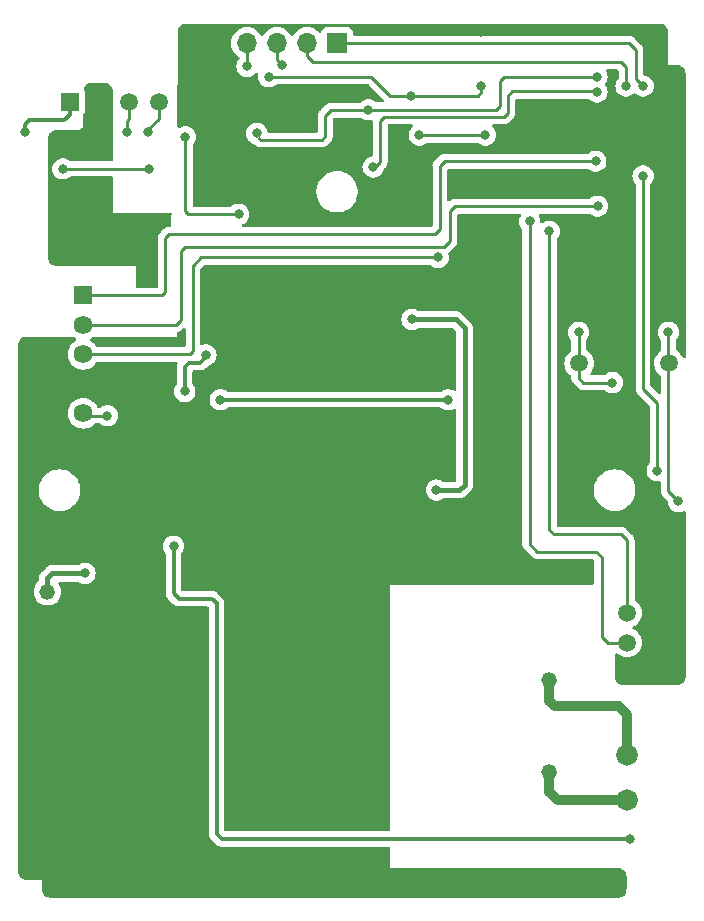
<source format=gbl>
G04 #@! TF.GenerationSoftware,KiCad,Pcbnew,7.0.11-7.0.11~ubuntu22.04.1*
G04 #@! TF.CreationDate,2024-10-12T06:54:39+07:00*
G04 #@! TF.ProjectId,scale,7363616c-652e-46b6-9963-61645f706362,rev?*
G04 #@! TF.SameCoordinates,Original*
G04 #@! TF.FileFunction,Copper,L4,Bot*
G04 #@! TF.FilePolarity,Positive*
%FSLAX46Y46*%
G04 Gerber Fmt 4.6, Leading zero omitted, Abs format (unit mm)*
G04 Created by KiCad (PCBNEW 7.0.11-7.0.11~ubuntu22.04.1) date 2024-10-12 06:54:39*
%MOMM*%
%LPD*%
G01*
G04 APERTURE LIST*
G04 #@! TA.AperFunction,ComponentPad*
%ADD10C,1.828800*%
G04 #@! TD*
G04 #@! TA.AperFunction,ComponentPad*
%ADD11C,1.508000*%
G04 #@! TD*
G04 #@! TA.AperFunction,ComponentPad*
%ADD12R,1.590000X1.590000*%
G04 #@! TD*
G04 #@! TA.AperFunction,ComponentPad*
%ADD13C,1.590000*%
G04 #@! TD*
G04 #@! TA.AperFunction,ComponentPad*
%ADD14C,1.320800*%
G04 #@! TD*
G04 #@! TA.AperFunction,ComponentPad*
%ADD15R,1.508000X1.508000*%
G04 #@! TD*
G04 #@! TA.AperFunction,ComponentPad*
%ADD16R,1.700000X1.700000*%
G04 #@! TD*
G04 #@! TA.AperFunction,ComponentPad*
%ADD17O,1.700000X1.700000*%
G04 #@! TD*
G04 #@! TA.AperFunction,ComponentPad*
%ADD18C,1.498600*%
G04 #@! TD*
G04 #@! TA.AperFunction,HeatsinkPad*
%ADD19C,0.600000*%
G04 #@! TD*
G04 #@! TA.AperFunction,ViaPad*
%ADD20C,0.800000*%
G04 #@! TD*
G04 #@! TA.AperFunction,Conductor*
%ADD21C,0.250000*%
G04 #@! TD*
G04 #@! TA.AperFunction,Conductor*
%ADD22C,0.304800*%
G04 #@! TD*
G04 #@! TA.AperFunction,Conductor*
%ADD23C,0.406400*%
G04 #@! TD*
G04 #@! TA.AperFunction,Conductor*
%ADD24C,0.818200*%
G04 #@! TD*
G04 APERTURE END LIST*
D10*
X53054901Y-81271601D03*
X53054901Y-77461601D03*
D11*
X49000000Y-44250000D03*
X56600000Y-44250000D03*
D12*
X7000000Y-38500000D03*
D13*
X7000000Y-41000000D03*
X7000000Y-43500000D03*
X7000000Y-46000000D03*
X7000000Y-48500000D03*
D14*
X46466596Y-78900000D03*
X46466596Y-71100000D03*
X3966604Y-86399998D03*
X3966604Y-63600003D03*
D15*
X5900000Y-22100000D03*
D11*
X8400000Y-22100000D03*
X10900000Y-22100000D03*
X13400000Y-22100000D03*
D16*
X28500000Y-17150000D03*
D17*
X25960000Y-17150000D03*
X23420000Y-17150000D03*
X20880000Y-17150000D03*
X18340000Y-17150000D03*
D18*
X53053101Y-65404778D03*
X53053101Y-67904900D03*
X53053101Y-70405022D03*
D19*
X44525000Y-23860000D03*
X44525000Y-25260000D03*
X45225000Y-23160000D03*
X45225000Y-24560000D03*
X45225000Y-25960000D03*
X45925000Y-23860000D03*
X45925000Y-25260000D03*
X46625000Y-23160000D03*
X46625000Y-24560000D03*
X46625000Y-25960000D03*
X47325000Y-23860000D03*
X47325000Y-25260000D03*
D20*
X56250000Y-36050000D03*
X27100000Y-26700000D03*
X48500000Y-88200000D03*
X36900000Y-49900000D03*
X19100000Y-27300000D03*
X18350000Y-19000000D03*
X11200000Y-55400000D03*
X54550000Y-17000000D03*
X55200000Y-70400000D03*
X14250000Y-42450000D03*
X8300002Y-86399998D03*
X9050000Y-46800000D03*
X41000000Y-59700000D03*
X55000000Y-59400000D03*
X13250000Y-46800000D03*
X32550000Y-31400000D03*
X38300000Y-37350000D03*
X20300000Y-28900000D03*
X36900000Y-53300000D03*
X40700000Y-16250000D03*
X18600000Y-47350000D03*
X2050000Y-24700000D03*
X37900000Y-47350000D03*
X20150000Y-31650000D03*
X15650000Y-25100000D03*
X17400000Y-43550000D03*
X14650000Y-59750000D03*
X15600000Y-46650000D03*
X9050000Y-48700000D03*
X53300000Y-84550000D03*
X6250000Y-28900000D03*
X7100000Y-24700000D03*
X6250000Y-31100000D03*
X34850000Y-40550000D03*
X36900000Y-55000000D03*
X7150000Y-62050000D03*
X20880000Y-19125000D03*
X22700000Y-20000000D03*
X34750000Y-21600000D03*
X40700000Y-20800000D03*
X23800000Y-19000000D03*
X41050000Y-24950000D03*
X35450000Y-24950000D03*
X12525000Y-24700000D03*
X12550000Y-27800000D03*
X5275000Y-27800000D03*
X10712500Y-24700000D03*
X31550000Y-27650000D03*
X50500000Y-21298621D03*
X31150000Y-22800000D03*
X21700000Y-24800000D03*
X50500000Y-20000000D03*
X46450000Y-33100000D03*
X44800000Y-32235000D03*
X50400000Y-27155000D03*
X50550000Y-30965000D03*
X37050000Y-35300000D03*
X51800000Y-45900000D03*
X48950000Y-41650000D03*
X52965307Y-20805000D03*
X54405000Y-20805000D03*
X56550000Y-41650000D03*
X57400000Y-55950000D03*
X54400000Y-28400000D03*
X55600000Y-53350000D03*
D21*
X55194978Y-70405022D02*
X55200000Y-70400000D01*
X18340000Y-18990000D02*
X18350000Y-19000000D01*
X18340000Y-17150000D02*
X18340000Y-18990000D01*
X8350000Y-86350000D02*
X8300002Y-86399998D01*
X53053101Y-70405022D02*
X55194978Y-70405022D01*
X3966604Y-86399998D02*
X8300002Y-86399998D01*
D22*
X2050000Y-24050000D02*
X2050000Y-24700000D01*
X5900000Y-23200000D02*
X5400000Y-23700000D01*
X37900000Y-47350000D02*
X18600000Y-47350000D01*
X2400000Y-23700000D02*
X2050000Y-24050000D01*
X5900000Y-22100000D02*
X5900000Y-23200000D01*
X5400000Y-23700000D02*
X2400000Y-23700000D01*
D21*
X7450000Y-48500000D02*
X7650000Y-48700000D01*
X15650000Y-31400000D02*
X15900000Y-31650000D01*
D22*
X16900000Y-44200000D02*
X17400000Y-43700000D01*
X14650000Y-63750000D02*
X15100000Y-64200000D01*
D21*
X15900000Y-31650000D02*
X20150000Y-31650000D01*
D22*
X15950000Y-44200000D02*
X16900000Y-44200000D01*
X17900000Y-64200000D02*
X18300000Y-64600000D01*
X14650000Y-59750000D02*
X14650000Y-63750000D01*
D21*
X7650000Y-48700000D02*
X9050000Y-48700000D01*
D22*
X15600000Y-46650000D02*
X15600000Y-44550000D01*
D21*
X15650000Y-25100000D02*
X15650000Y-31400000D01*
D22*
X53300000Y-84550000D02*
X18750000Y-84550000D01*
D21*
X7000000Y-48500000D02*
X7450000Y-48500000D01*
D22*
X15100000Y-64200000D02*
X17900000Y-64200000D01*
X15600000Y-44550000D02*
X15950000Y-44200000D01*
X18300000Y-64600000D02*
X18300000Y-84100000D01*
X18300000Y-84100000D02*
X18750000Y-84550000D01*
X17400000Y-43700000D02*
X17400000Y-43550000D01*
D21*
X6250000Y-31100000D02*
X6250000Y-28900000D01*
X7100000Y-24700000D02*
X8400000Y-23400000D01*
X8400000Y-23400000D02*
X8400000Y-22100000D01*
D23*
X39300000Y-54550000D02*
X39300000Y-41300000D01*
X38550000Y-40550000D02*
X34850000Y-40550000D01*
X39300000Y-41300000D02*
X38550000Y-40550000D01*
X38850000Y-55000000D02*
X39300000Y-54550000D01*
X36900000Y-55000000D02*
X38850000Y-55000000D01*
X3966604Y-62433396D02*
X3966604Y-63600003D01*
X7150000Y-62050000D02*
X4350000Y-62050000D01*
X4350000Y-62050000D02*
X3966604Y-62433396D01*
D21*
X20880000Y-17150000D02*
X20880000Y-19070000D01*
X20880000Y-19070000D02*
X20825000Y-19125000D01*
X34750000Y-21600000D02*
X33000000Y-21600000D01*
X33000000Y-21600000D02*
X31400000Y-20000000D01*
X40700000Y-21300000D02*
X40700000Y-20800000D01*
X40400000Y-21600000D02*
X40700000Y-21300000D01*
X34750000Y-21600000D02*
X40400000Y-21600000D01*
X31400000Y-20000000D02*
X22700000Y-20000000D01*
X23420000Y-17150000D02*
X23420000Y-18620000D01*
X23420000Y-18620000D02*
X23800000Y-19000000D01*
X35450000Y-24950000D02*
X41050000Y-24950000D01*
X13400000Y-23550000D02*
X13400000Y-22100000D01*
X12525000Y-24425000D02*
X13400000Y-23550000D01*
X12525000Y-24700000D02*
X12525000Y-24425000D01*
X12550000Y-27800000D02*
X5275000Y-27800000D01*
X10712500Y-23787500D02*
X10900000Y-23600000D01*
X10900000Y-23600000D02*
X10900000Y-22100000D01*
X10712500Y-24700000D02*
X10712500Y-23787500D01*
X42950000Y-21600000D02*
X43300000Y-21250000D01*
X42600000Y-23400000D02*
X42950000Y-23050000D01*
X50400000Y-21250000D02*
X50400000Y-21296062D01*
X50400000Y-21296062D02*
X50402559Y-21298621D01*
X32150000Y-27200000D02*
X32150000Y-23750000D01*
X43300000Y-21250000D02*
X50400000Y-21250000D01*
X42950000Y-23050000D02*
X42950000Y-21600000D01*
X32150000Y-23750000D02*
X32500000Y-23400000D01*
X31550000Y-27650000D02*
X31700000Y-27650000D01*
X31700000Y-27650000D02*
X32150000Y-27200000D01*
X32500000Y-23400000D02*
X42600000Y-23400000D01*
X31100000Y-22850000D02*
X31150000Y-22800000D01*
X27500000Y-25050000D02*
X27200000Y-25350000D01*
X42650000Y-20000000D02*
X50500000Y-20000000D01*
X27500000Y-23300000D02*
X27500000Y-25050000D01*
X27950000Y-22850000D02*
X31100000Y-22850000D01*
X42250000Y-22500000D02*
X42250000Y-20400000D01*
X22000000Y-25350000D02*
X27200000Y-25350000D01*
X42250000Y-20400000D02*
X42650000Y-20000000D01*
X31150000Y-22800000D02*
X41950000Y-22800000D01*
X27500000Y-23300000D02*
X27950000Y-22850000D01*
X21850000Y-25200000D02*
X22000000Y-25350000D01*
X41950000Y-22800000D02*
X42250000Y-22500000D01*
X46450000Y-58350000D02*
X46450000Y-33100000D01*
X53053101Y-65404778D02*
X53053101Y-59253101D01*
X52550000Y-58750000D02*
X46850000Y-58750000D01*
X53053101Y-59253101D02*
X52550000Y-58750000D01*
X46850000Y-58750000D02*
X46450000Y-58350000D01*
X50400000Y-60200000D02*
X45450000Y-60200000D01*
X44800000Y-59550000D02*
X44800000Y-32150000D01*
X50900000Y-60700000D02*
X50400000Y-60200000D01*
X53053101Y-67904900D02*
X51404900Y-67904900D01*
X51404900Y-67904900D02*
X50900000Y-67400000D01*
X50900000Y-67400000D02*
X50900000Y-60700000D01*
X45450000Y-60200000D02*
X44800000Y-59550000D01*
D24*
X53054901Y-81271601D02*
X47171601Y-81271601D01*
X47171601Y-81271601D02*
X46466596Y-80566596D01*
X46466596Y-80566596D02*
X46466596Y-78900000D01*
X46950000Y-73300000D02*
X52350000Y-73300000D01*
X52350000Y-73300000D02*
X53054901Y-74004901D01*
X53054901Y-74004901D02*
X53054901Y-77461601D01*
X46466596Y-72816596D02*
X46950000Y-73300000D01*
X46466596Y-71100000D02*
X46466596Y-72816596D01*
D21*
X37200000Y-27550000D02*
X37600000Y-27150000D01*
X13950000Y-38200000D02*
X13950000Y-33650000D01*
X36750000Y-33350000D02*
X37200000Y-32900000D01*
X13950000Y-33650000D02*
X14250000Y-33350000D01*
X37605000Y-27155000D02*
X37600000Y-27150000D01*
X37200000Y-32900000D02*
X37200000Y-27550000D01*
X50400000Y-27155000D02*
X37605000Y-27155000D01*
X13650000Y-38500000D02*
X13950000Y-38200000D01*
X14250000Y-33350000D02*
X36750000Y-33350000D01*
X7000000Y-38500000D02*
X13650000Y-38500000D01*
X38050000Y-31400000D02*
X38485000Y-30965000D01*
X15250000Y-34750000D02*
X15600000Y-34400000D01*
X37550000Y-34400000D02*
X38050000Y-33900000D01*
X14850000Y-41000000D02*
X15250000Y-40600000D01*
X38050000Y-33900000D02*
X38050000Y-31400000D01*
X38485000Y-30965000D02*
X50550000Y-30965000D01*
X15250000Y-40600000D02*
X15250000Y-34750000D01*
X7000000Y-41000000D02*
X14850000Y-41000000D01*
X15600000Y-34400000D02*
X37550000Y-34400000D01*
X36850000Y-35300000D02*
X37050000Y-35100000D01*
X7000000Y-43500000D02*
X16000000Y-43500000D01*
X16300000Y-43200000D02*
X16300000Y-36000000D01*
X16300000Y-36000000D02*
X17000000Y-35300000D01*
X17000000Y-35300000D02*
X36850000Y-35300000D01*
X16000000Y-43500000D02*
X16300000Y-43200000D01*
X48950000Y-45500000D02*
X48950000Y-44250000D01*
X49350000Y-45900000D02*
X48950000Y-45500000D01*
X48950000Y-44250000D02*
X48950000Y-41950000D01*
X51800000Y-45900000D02*
X49350000Y-45900000D01*
X25960000Y-18260000D02*
X26450000Y-18750000D01*
X25960000Y-17150000D02*
X25960000Y-18260000D01*
X52500000Y-18750000D02*
X52965307Y-19215307D01*
X26450000Y-18750000D02*
X52500000Y-18750000D01*
X52965307Y-19215307D02*
X52965307Y-20805000D01*
X53200000Y-17150000D02*
X28500000Y-17150000D01*
X53800000Y-17750000D02*
X53200000Y-17150000D01*
X54405000Y-20805000D02*
X53800000Y-20200000D01*
X53800000Y-20200000D02*
X53800000Y-17750000D01*
X57400000Y-55950000D02*
X56550000Y-55100000D01*
X56550000Y-44250000D02*
X56550000Y-41650000D01*
X56550000Y-55000000D02*
X56550000Y-44250000D01*
X56550000Y-55100000D02*
X56550000Y-55000000D01*
X55600000Y-47600000D02*
X54400000Y-46400000D01*
X55600000Y-53350000D02*
X55600000Y-47600000D01*
X54400000Y-46400000D02*
X54400000Y-28400000D01*
G04 #@! TA.AperFunction,Conductor*
G36*
X8806922Y-20500779D02*
G01*
X8941885Y-20515986D01*
X8968948Y-20522163D01*
X9090533Y-20564708D01*
X9115543Y-20576751D01*
X9224616Y-20645286D01*
X9246323Y-20662598D01*
X9337401Y-20753676D01*
X9354714Y-20775385D01*
X9423246Y-20884453D01*
X9435293Y-20909470D01*
X9477835Y-21031047D01*
X9484014Y-21058119D01*
X9499220Y-21193077D01*
X9500000Y-21206960D01*
X9500000Y-27050500D01*
X9480315Y-27117539D01*
X9427511Y-27163294D01*
X9376000Y-27174500D01*
X5978748Y-27174500D01*
X5911709Y-27154815D01*
X5886600Y-27133474D01*
X5880873Y-27127114D01*
X5880869Y-27127110D01*
X5727734Y-27015851D01*
X5727729Y-27015848D01*
X5554807Y-26938857D01*
X5554802Y-26938855D01*
X5409001Y-26907865D01*
X5369646Y-26899500D01*
X5180354Y-26899500D01*
X5147897Y-26906398D01*
X4995197Y-26938855D01*
X4995192Y-26938857D01*
X4822270Y-27015848D01*
X4822265Y-27015851D01*
X4669129Y-27127111D01*
X4542466Y-27267785D01*
X4447821Y-27431715D01*
X4447818Y-27431722D01*
X4399292Y-27581071D01*
X4389326Y-27611744D01*
X4369540Y-27800000D01*
X4389326Y-27988256D01*
X4389327Y-27988259D01*
X4447818Y-28168277D01*
X4447821Y-28168284D01*
X4542467Y-28332216D01*
X4644185Y-28445185D01*
X4669129Y-28472888D01*
X4822265Y-28584148D01*
X4822270Y-28584151D01*
X4995192Y-28661142D01*
X4995197Y-28661144D01*
X5180354Y-28700500D01*
X5180355Y-28700500D01*
X5369644Y-28700500D01*
X5369646Y-28700500D01*
X5554803Y-28661144D01*
X5727730Y-28584151D01*
X5880871Y-28472888D01*
X5883788Y-28469647D01*
X5886600Y-28466526D01*
X5946087Y-28429879D01*
X5978748Y-28425500D01*
X9376000Y-28425500D01*
X9443039Y-28445185D01*
X9488794Y-28497989D01*
X9500000Y-28549500D01*
X9500000Y-31500000D01*
X14365517Y-31500000D01*
X14432556Y-31519685D01*
X14478311Y-31572489D01*
X14488255Y-31641647D01*
X14482457Y-31664206D01*
X14482532Y-31664229D01*
X14481943Y-31666210D01*
X14481557Y-31667713D01*
X14481270Y-31668473D01*
X14461365Y-31735449D01*
X14440419Y-31877792D01*
X14438040Y-32598629D01*
X14418135Y-32665603D01*
X14365180Y-32711184D01*
X14317040Y-32719223D01*
X14317130Y-32722083D01*
X14242145Y-32724439D01*
X14238251Y-32724500D01*
X14210650Y-32724500D01*
X14206962Y-32724965D01*
X14206649Y-32725005D01*
X14195031Y-32725918D01*
X14151373Y-32727290D01*
X14151372Y-32727290D01*
X14132129Y-32732881D01*
X14113079Y-32736825D01*
X14093211Y-32739334D01*
X14093210Y-32739334D01*
X14052599Y-32755413D01*
X14041554Y-32759194D01*
X13999614Y-32771379D01*
X13999610Y-32771381D01*
X13982366Y-32781579D01*
X13964905Y-32790133D01*
X13946274Y-32797510D01*
X13946262Y-32797517D01*
X13910933Y-32823185D01*
X13901173Y-32829596D01*
X13863580Y-32851829D01*
X13849414Y-32865995D01*
X13834624Y-32878627D01*
X13818414Y-32890404D01*
X13818408Y-32890410D01*
X13790574Y-32924056D01*
X13782712Y-32932696D01*
X13566206Y-33149201D01*
X13553943Y-33159027D01*
X13554126Y-33159248D01*
X13548119Y-33164216D01*
X13502096Y-33213225D01*
X13499389Y-33216018D01*
X13479889Y-33235517D01*
X13479875Y-33235534D01*
X13477407Y-33238715D01*
X13469843Y-33247570D01*
X13439937Y-33279418D01*
X13439936Y-33279420D01*
X13430284Y-33296976D01*
X13419610Y-33313226D01*
X13407329Y-33329061D01*
X13407324Y-33329068D01*
X13389975Y-33369158D01*
X13384838Y-33379644D01*
X13363803Y-33417906D01*
X13358822Y-33437307D01*
X13352521Y-33455710D01*
X13344562Y-33474102D01*
X13344561Y-33474105D01*
X13337728Y-33517243D01*
X13335360Y-33528674D01*
X13324501Y-33570971D01*
X13324500Y-33570982D01*
X13324500Y-33591016D01*
X13322973Y-33610415D01*
X13319840Y-33630194D01*
X13319840Y-33630195D01*
X13323950Y-33673674D01*
X13324500Y-33685343D01*
X13324500Y-37750500D01*
X13304815Y-37817539D01*
X13252011Y-37863294D01*
X13200500Y-37874500D01*
X11624000Y-37874500D01*
X11556961Y-37854815D01*
X11511206Y-37802011D01*
X11500000Y-37750500D01*
X11500000Y-36699997D01*
X11500000Y-36000000D01*
X10800006Y-36000000D01*
X4706960Y-36000000D01*
X4693077Y-35999220D01*
X4558119Y-35984014D01*
X4531047Y-35977835D01*
X4409470Y-35935293D01*
X4384453Y-35923246D01*
X4275385Y-35854714D01*
X4253676Y-35837401D01*
X4162598Y-35746323D01*
X4145285Y-35724614D01*
X4076753Y-35615546D01*
X4064708Y-35590533D01*
X4022163Y-35468948D01*
X4015986Y-35441885D01*
X4000780Y-35306922D01*
X4000000Y-35293039D01*
X4000000Y-25206960D01*
X4000780Y-25193077D01*
X4015986Y-25058112D01*
X4022162Y-25031053D01*
X4064709Y-24909463D01*
X4076749Y-24884459D01*
X4145289Y-24775379D01*
X4162594Y-24753680D01*
X4253680Y-24662594D01*
X4275379Y-24645289D01*
X4384459Y-24576749D01*
X4409463Y-24564709D01*
X4531053Y-24522162D01*
X4558112Y-24515986D01*
X4693077Y-24500779D01*
X4706960Y-24500000D01*
X6300003Y-24500000D01*
X7000000Y-24500000D01*
X7000000Y-23268241D01*
X7019685Y-23201202D01*
X7024733Y-23193930D01*
X7027242Y-23190579D01*
X7097796Y-23096331D01*
X7148091Y-22961483D01*
X7154500Y-22901873D01*
X7154499Y-21298128D01*
X7148091Y-21238517D01*
X7143252Y-21225544D01*
X7097797Y-21103671D01*
X7097795Y-21103668D01*
X7068537Y-21064584D01*
X7044120Y-20999120D01*
X7050763Y-20949318D01*
X7064707Y-20909469D01*
X7076754Y-20884453D01*
X7145289Y-20775379D01*
X7162594Y-20753680D01*
X7253680Y-20662594D01*
X7275379Y-20645289D01*
X7384459Y-20576749D01*
X7409463Y-20564709D01*
X7531053Y-20522162D01*
X7558112Y-20515986D01*
X7693077Y-20500779D01*
X7706960Y-20500000D01*
X8793040Y-20500000D01*
X8806922Y-20500779D01*
G37*
G04 #@! TD.AperFunction*
G04 #@! TA.AperFunction,Conductor*
G36*
X43984559Y-31610185D02*
G01*
X44030314Y-31662989D01*
X44040258Y-31732147D01*
X44024907Y-31776500D01*
X43972821Y-31866715D01*
X43972818Y-31866722D01*
X43914551Y-32046050D01*
X43914326Y-32046744D01*
X43894540Y-32235000D01*
X43914326Y-32423256D01*
X43914327Y-32423259D01*
X43972818Y-32603277D01*
X43972821Y-32603284D01*
X44067467Y-32767216D01*
X44084872Y-32786546D01*
X44142650Y-32850715D01*
X44172880Y-32913706D01*
X44174500Y-32933687D01*
X44174500Y-59467255D01*
X44172775Y-59482872D01*
X44173061Y-59482899D01*
X44172326Y-59490665D01*
X44174439Y-59557872D01*
X44174500Y-59561767D01*
X44174500Y-59589357D01*
X44175003Y-59593335D01*
X44175918Y-59604967D01*
X44177290Y-59648624D01*
X44177291Y-59648627D01*
X44182880Y-59667867D01*
X44186824Y-59686911D01*
X44187207Y-59689935D01*
X44189336Y-59706792D01*
X44205414Y-59747403D01*
X44209197Y-59758452D01*
X44220722Y-59798121D01*
X44221382Y-59800390D01*
X44223597Y-59804136D01*
X44231580Y-59817634D01*
X44240138Y-59835103D01*
X44247514Y-59853732D01*
X44273181Y-59889060D01*
X44279593Y-59898821D01*
X44301828Y-59936417D01*
X44301833Y-59936424D01*
X44315990Y-59950580D01*
X44328628Y-59965376D01*
X44340405Y-59981586D01*
X44340406Y-59981587D01*
X44374057Y-60009425D01*
X44382698Y-60017288D01*
X44949197Y-60583788D01*
X44959022Y-60596051D01*
X44959243Y-60595869D01*
X44964211Y-60601874D01*
X45013222Y-60647899D01*
X45016021Y-60650612D01*
X45035522Y-60670114D01*
X45035526Y-60670117D01*
X45035529Y-60670120D01*
X45038702Y-60672581D01*
X45047574Y-60680159D01*
X45079418Y-60710062D01*
X45096976Y-60719714D01*
X45113233Y-60730393D01*
X45129064Y-60742673D01*
X45158803Y-60755542D01*
X45169152Y-60760021D01*
X45179641Y-60765160D01*
X45203457Y-60778252D01*
X45217908Y-60786197D01*
X45230523Y-60789435D01*
X45237305Y-60791177D01*
X45255719Y-60797481D01*
X45274104Y-60805438D01*
X45317261Y-60812273D01*
X45328656Y-60814632D01*
X45370981Y-60825500D01*
X45391016Y-60825500D01*
X45410413Y-60827026D01*
X45430196Y-60830160D01*
X45473675Y-60826050D01*
X45485344Y-60825500D01*
X50089548Y-60825500D01*
X50156587Y-60845185D01*
X50177229Y-60861819D01*
X50238181Y-60922771D01*
X50271666Y-60984094D01*
X50274500Y-61010452D01*
X50274500Y-62876000D01*
X50254815Y-62943039D01*
X50202011Y-62988794D01*
X50150500Y-63000000D01*
X33699993Y-63000000D01*
X33000000Y-63000000D01*
X33000000Y-63699993D01*
X33000000Y-83773100D01*
X32980315Y-83840139D01*
X32927511Y-83885894D01*
X32876000Y-83897100D01*
X19076900Y-83897100D01*
X19009861Y-83877415D01*
X18964106Y-83824611D01*
X18952900Y-83773100D01*
X18952900Y-64685765D01*
X18954671Y-64669716D01*
X18954434Y-64669694D01*
X18955166Y-64661938D01*
X18955168Y-64661931D01*
X18952961Y-64591708D01*
X18952900Y-64587813D01*
X18952900Y-64558931D01*
X18952900Y-64558925D01*
X18952341Y-64554504D01*
X18951425Y-64542865D01*
X18951033Y-64530388D01*
X18949986Y-64497052D01*
X18944035Y-64476569D01*
X18940087Y-64457507D01*
X18937414Y-64436340D01*
X18920535Y-64393710D01*
X18916750Y-64382655D01*
X18903964Y-64338641D01*
X18893098Y-64320267D01*
X18884542Y-64302802D01*
X18876688Y-64282963D01*
X18849738Y-64245870D01*
X18843328Y-64236111D01*
X18822264Y-64200494D01*
X18819992Y-64196652D01*
X18804906Y-64181566D01*
X18792271Y-64166774D01*
X18779726Y-64149507D01*
X18779723Y-64149505D01*
X18779723Y-64149504D01*
X18779722Y-64149503D01*
X18744403Y-64120285D01*
X18735762Y-64112422D01*
X18422319Y-63798979D01*
X18412227Y-63786381D01*
X18412043Y-63786534D01*
X18407068Y-63780522D01*
X18407066Y-63780518D01*
X18355833Y-63732407D01*
X18353036Y-63729696D01*
X18332629Y-63709288D01*
X18329112Y-63706560D01*
X18320231Y-63698975D01*
X18308617Y-63688069D01*
X18286815Y-63667595D01*
X18286813Y-63667593D01*
X18268115Y-63657314D01*
X18251852Y-63646631D01*
X18234996Y-63633556D01*
X18234994Y-63633554D01*
X18218434Y-63626388D01*
X18192904Y-63615340D01*
X18182445Y-63610216D01*
X18142259Y-63588124D01*
X18142256Y-63588123D01*
X18121587Y-63582816D01*
X18103184Y-63576515D01*
X18083601Y-63568041D01*
X18083595Y-63568039D01*
X18038320Y-63560869D01*
X18026881Y-63558500D01*
X17982483Y-63547100D01*
X17982480Y-63547100D01*
X17961139Y-63547100D01*
X17941741Y-63545573D01*
X17933717Y-63544302D01*
X17920672Y-63542236D01*
X17920671Y-63542236D01*
X17875032Y-63546550D01*
X17863365Y-63547100D01*
X15426900Y-63547100D01*
X15359861Y-63527415D01*
X15314106Y-63474611D01*
X15302900Y-63423100D01*
X15302900Y-60418256D01*
X15322585Y-60351217D01*
X15334750Y-60335284D01*
X15382533Y-60282216D01*
X15477179Y-60118284D01*
X15535674Y-59938256D01*
X15555460Y-59750000D01*
X15535674Y-59561744D01*
X15481112Y-59393823D01*
X15477181Y-59381722D01*
X15477180Y-59381721D01*
X15477179Y-59381716D01*
X15382533Y-59217784D01*
X15255871Y-59077112D01*
X15255870Y-59077111D01*
X15102734Y-58965851D01*
X15102729Y-58965848D01*
X14929807Y-58888857D01*
X14929802Y-58888855D01*
X14784001Y-58857865D01*
X14744646Y-58849500D01*
X14555354Y-58849500D01*
X14522897Y-58856398D01*
X14370197Y-58888855D01*
X14370192Y-58888857D01*
X14197270Y-58965848D01*
X14197265Y-58965851D01*
X14044129Y-59077111D01*
X13917466Y-59217785D01*
X13822821Y-59381715D01*
X13822818Y-59381722D01*
X13771982Y-59538181D01*
X13764326Y-59561744D01*
X13744540Y-59750000D01*
X13764326Y-59938256D01*
X13764327Y-59938259D01*
X13822818Y-60118277D01*
X13822821Y-60118284D01*
X13917467Y-60282216D01*
X13965250Y-60335284D01*
X13995480Y-60398275D01*
X13997100Y-60418256D01*
X13997100Y-63664232D01*
X13995328Y-63680279D01*
X13995566Y-63680302D01*
X13994832Y-63688067D01*
X13997039Y-63758303D01*
X13997100Y-63762198D01*
X13997100Y-63791075D01*
X13997657Y-63795488D01*
X13998572Y-63807120D01*
X14000012Y-63852945D01*
X14000013Y-63852951D01*
X14005965Y-63873438D01*
X14009910Y-63892483D01*
X14012585Y-63913657D01*
X14012588Y-63913669D01*
X14029462Y-63956289D01*
X14033245Y-63967337D01*
X14046033Y-64011355D01*
X14046035Y-64011360D01*
X14056900Y-64029731D01*
X14065458Y-64047201D01*
X14073311Y-64067035D01*
X14073315Y-64067041D01*
X14100256Y-64104123D01*
X14106669Y-64113885D01*
X14130009Y-64153350D01*
X14145094Y-64168434D01*
X14157734Y-64183233D01*
X14170274Y-64200494D01*
X14205601Y-64229719D01*
X14214241Y-64237581D01*
X14577681Y-64601021D01*
X14587779Y-64613625D01*
X14587963Y-64613474D01*
X14592930Y-64619479D01*
X14644163Y-64667589D01*
X14646961Y-64670301D01*
X14667374Y-64690714D01*
X14670886Y-64693438D01*
X14679765Y-64701022D01*
X14713185Y-64732405D01*
X14713189Y-64732408D01*
X14731875Y-64742680D01*
X14748142Y-64753365D01*
X14757860Y-64760903D01*
X14765005Y-64766445D01*
X14784639Y-64774941D01*
X14807078Y-64784652D01*
X14817568Y-64789791D01*
X14849309Y-64807240D01*
X14857741Y-64811876D01*
X14877436Y-64816932D01*
X14878411Y-64817183D01*
X14896812Y-64823482D01*
X14916399Y-64831959D01*
X14961686Y-64839130D01*
X14973112Y-64841497D01*
X15017520Y-64852900D01*
X15038861Y-64852900D01*
X15058258Y-64854426D01*
X15079329Y-64857764D01*
X15124967Y-64853449D01*
X15136635Y-64852900D01*
X17523100Y-64852900D01*
X17590139Y-64872585D01*
X17635894Y-64925389D01*
X17647100Y-64976900D01*
X17647100Y-84014232D01*
X17645328Y-84030279D01*
X17645566Y-84030302D01*
X17644832Y-84038067D01*
X17647039Y-84108303D01*
X17647100Y-84112198D01*
X17647100Y-84141075D01*
X17647657Y-84145488D01*
X17648572Y-84157120D01*
X17650012Y-84202945D01*
X17650013Y-84202951D01*
X17655965Y-84223438D01*
X17659910Y-84242483D01*
X17662585Y-84263657D01*
X17662588Y-84263669D01*
X17679462Y-84306289D01*
X17683245Y-84317337D01*
X17696033Y-84361355D01*
X17696035Y-84361360D01*
X17706900Y-84379731D01*
X17715458Y-84397201D01*
X17723311Y-84417035D01*
X17723315Y-84417041D01*
X17750256Y-84454123D01*
X17756669Y-84463885D01*
X17780009Y-84503350D01*
X17795094Y-84518434D01*
X17807734Y-84533233D01*
X17820274Y-84550494D01*
X17855601Y-84579719D01*
X17864241Y-84587581D01*
X18227681Y-84951021D01*
X18237779Y-84963625D01*
X18237963Y-84963474D01*
X18242930Y-84969479D01*
X18294163Y-85017589D01*
X18296961Y-85020301D01*
X18317374Y-85040714D01*
X18320886Y-85043438D01*
X18329765Y-85051022D01*
X18363185Y-85082405D01*
X18363189Y-85082408D01*
X18381875Y-85092680D01*
X18398142Y-85103365D01*
X18411348Y-85113608D01*
X18415005Y-85116445D01*
X18434639Y-85124941D01*
X18457078Y-85134652D01*
X18467568Y-85139791D01*
X18499309Y-85157240D01*
X18507741Y-85161876D01*
X18527436Y-85166932D01*
X18528411Y-85167183D01*
X18546812Y-85173482D01*
X18566399Y-85181959D01*
X18611686Y-85189130D01*
X18623112Y-85191497D01*
X18667520Y-85202900D01*
X18688861Y-85202900D01*
X18708258Y-85204426D01*
X18729329Y-85207764D01*
X18774967Y-85203449D01*
X18786635Y-85202900D01*
X32876000Y-85202900D01*
X32943039Y-85222585D01*
X32988794Y-85275389D01*
X33000000Y-85326900D01*
X33000000Y-87000000D01*
X52293040Y-87000000D01*
X52306922Y-87000779D01*
X52441885Y-87015986D01*
X52468948Y-87022163D01*
X52590533Y-87064708D01*
X52615543Y-87076751D01*
X52724616Y-87145286D01*
X52746323Y-87162598D01*
X52837401Y-87253676D01*
X52854714Y-87275385D01*
X52923246Y-87384453D01*
X52935293Y-87409470D01*
X52977835Y-87531047D01*
X52984014Y-87558119D01*
X52999220Y-87693077D01*
X53000000Y-87706960D01*
X53000000Y-88793039D01*
X52999220Y-88806922D01*
X52984014Y-88941880D01*
X52977835Y-88968952D01*
X52935293Y-89090529D01*
X52923246Y-89115546D01*
X52854714Y-89224614D01*
X52837401Y-89246323D01*
X52746323Y-89337401D01*
X52724614Y-89354714D01*
X52615546Y-89423246D01*
X52590529Y-89435293D01*
X52468952Y-89477835D01*
X52441881Y-89484014D01*
X52346062Y-89494810D01*
X52306921Y-89499220D01*
X52293040Y-89500000D01*
X4206960Y-89500000D01*
X4193077Y-89499220D01*
X4058119Y-89484014D01*
X4031047Y-89477835D01*
X3909470Y-89435293D01*
X3884453Y-89423246D01*
X3775385Y-89354714D01*
X3753676Y-89337401D01*
X3662598Y-89246323D01*
X3645285Y-89224614D01*
X3576753Y-89115546D01*
X3564708Y-89090533D01*
X3522163Y-88968948D01*
X3515986Y-88941885D01*
X3500780Y-88806922D01*
X3500000Y-88793039D01*
X3500000Y-88699997D01*
X3500000Y-88000000D01*
X2800006Y-88000000D01*
X2206960Y-88000000D01*
X2193077Y-87999220D01*
X2058119Y-87984014D01*
X2031047Y-87977835D01*
X1909470Y-87935293D01*
X1884453Y-87923246D01*
X1775385Y-87854714D01*
X1753676Y-87837401D01*
X1662598Y-87746323D01*
X1645285Y-87724614D01*
X1576751Y-87615543D01*
X1564708Y-87590533D01*
X1522163Y-87468948D01*
X1515986Y-87441885D01*
X1500780Y-87306922D01*
X1500000Y-87293039D01*
X1500000Y-63600003D01*
X2800731Y-63600003D01*
X2820581Y-63814231D01*
X2879459Y-64021162D01*
X2879464Y-64021175D01*
X2975355Y-64213749D01*
X2975357Y-64213752D01*
X2975359Y-64213756D01*
X2975362Y-64213760D01*
X2975364Y-64213763D01*
X3027621Y-64282963D01*
X3105013Y-64385447D01*
X3105016Y-64385449D01*
X3105018Y-64385452D01*
X3264006Y-64530388D01*
X3264008Y-64530389D01*
X3264009Y-64530390D01*
X3446930Y-64643650D01*
X3647548Y-64721370D01*
X3859031Y-64760903D01*
X3859033Y-64760903D01*
X4074175Y-64760903D01*
X4074177Y-64760903D01*
X4285660Y-64721370D01*
X4486278Y-64643650D01*
X4669199Y-64530390D01*
X4828195Y-64385447D01*
X4957849Y-64213756D01*
X5053748Y-64021165D01*
X5112626Y-63814232D01*
X5132477Y-63600003D01*
X5112626Y-63385774D01*
X5053748Y-63178841D01*
X4957849Y-62986250D01*
X4932305Y-62952424D01*
X4907615Y-62887064D01*
X4922181Y-62818730D01*
X4971379Y-62769118D01*
X5031261Y-62753700D01*
X6546248Y-62753700D01*
X6613287Y-62773385D01*
X6619133Y-62777382D01*
X6697265Y-62834148D01*
X6697270Y-62834151D01*
X6870192Y-62911142D01*
X6870197Y-62911144D01*
X7055354Y-62950500D01*
X7055355Y-62950500D01*
X7244644Y-62950500D01*
X7244646Y-62950500D01*
X7429803Y-62911144D01*
X7602730Y-62834151D01*
X7755871Y-62722888D01*
X7882533Y-62582216D01*
X7977179Y-62418284D01*
X8035674Y-62238256D01*
X8055460Y-62050000D01*
X8035674Y-61861744D01*
X7977179Y-61681716D01*
X7882533Y-61517784D01*
X7755871Y-61377112D01*
X7755870Y-61377111D01*
X7602734Y-61265851D01*
X7602729Y-61265848D01*
X7429807Y-61188857D01*
X7429802Y-61188855D01*
X7284001Y-61157865D01*
X7244646Y-61149500D01*
X7055354Y-61149500D01*
X7022897Y-61156398D01*
X6870197Y-61188855D01*
X6870192Y-61188857D01*
X6697270Y-61265848D01*
X6697265Y-61265851D01*
X6619133Y-61322618D01*
X6553327Y-61346098D01*
X6546248Y-61346300D01*
X4375001Y-61346300D01*
X4367514Y-61346074D01*
X4307202Y-61342426D01*
X4307194Y-61342426D01*
X4247770Y-61353315D01*
X4240370Y-61354442D01*
X4180356Y-61361730D01*
X4170778Y-61365362D01*
X4149173Y-61371384D01*
X4146674Y-61371842D01*
X4139108Y-61373229D01*
X4084000Y-61398031D01*
X4077084Y-61400896D01*
X4020572Y-61422329D01*
X4020571Y-61422329D01*
X4012150Y-61428142D01*
X3992619Y-61439157D01*
X3983282Y-61443359D01*
X3983270Y-61443367D01*
X3935687Y-61480645D01*
X3929658Y-61485082D01*
X3879935Y-61519404D01*
X3879931Y-61519407D01*
X3839858Y-61564639D01*
X3834726Y-61570090D01*
X3486694Y-61918122D01*
X3481243Y-61923254D01*
X3436011Y-61963327D01*
X3436008Y-61963331D01*
X3401686Y-62013054D01*
X3397249Y-62019083D01*
X3359969Y-62066668D01*
X3359965Y-62066675D01*
X3355766Y-62076006D01*
X3344744Y-62095549D01*
X3338937Y-62103962D01*
X3338929Y-62103978D01*
X3317502Y-62160473D01*
X3314639Y-62167386D01*
X3289834Y-62222505D01*
X3289832Y-62222510D01*
X3287989Y-62232569D01*
X3281966Y-62254173D01*
X3278334Y-62263751D01*
X3271045Y-62323773D01*
X3269918Y-62331173D01*
X3259030Y-62390591D01*
X3259030Y-62390596D01*
X3262678Y-62450909D01*
X3262904Y-62458396D01*
X3262904Y-62615871D01*
X3243219Y-62682910D01*
X3222442Y-62707508D01*
X3105018Y-62814553D01*
X3105011Y-62814561D01*
X2975364Y-62986242D01*
X2975355Y-62986256D01*
X2879464Y-63178830D01*
X2879459Y-63178843D01*
X2820581Y-63385774D01*
X2800731Y-63600002D01*
X2800731Y-63600003D01*
X1500000Y-63600003D01*
X1500000Y-55131187D01*
X3249500Y-55131187D01*
X3265437Y-55236918D01*
X3288604Y-55390615D01*
X3288605Y-55390617D01*
X3288606Y-55390623D01*
X3365938Y-55641326D01*
X3479767Y-55877696D01*
X3479768Y-55877697D01*
X3479770Y-55877700D01*
X3479772Y-55877704D01*
X3627567Y-56094479D01*
X3806014Y-56286801D01*
X3806018Y-56286804D01*
X3806019Y-56286805D01*
X4011143Y-56450386D01*
X4238357Y-56581568D01*
X4482584Y-56677420D01*
X4738370Y-56735802D01*
X4738376Y-56735802D01*
X4738379Y-56735803D01*
X4934484Y-56750499D01*
X4934503Y-56750499D01*
X4934506Y-56750500D01*
X4934508Y-56750500D01*
X5065492Y-56750500D01*
X5065494Y-56750500D01*
X5065496Y-56750499D01*
X5065515Y-56750499D01*
X5261620Y-56735803D01*
X5261622Y-56735802D01*
X5261630Y-56735802D01*
X5517416Y-56677420D01*
X5761643Y-56581568D01*
X5988857Y-56450386D01*
X6193981Y-56286805D01*
X6372433Y-56094479D01*
X6520228Y-55877704D01*
X6634063Y-55641323D01*
X6711396Y-55390615D01*
X6750500Y-55131182D01*
X6750500Y-54868818D01*
X6711396Y-54609385D01*
X6634063Y-54358677D01*
X6598627Y-54285094D01*
X6520232Y-54122303D01*
X6520231Y-54122302D01*
X6520230Y-54122301D01*
X6520228Y-54122296D01*
X6372433Y-53905521D01*
X6350807Y-53882214D01*
X6193985Y-53713198D01*
X6154533Y-53681736D01*
X5988857Y-53549614D01*
X5761643Y-53418432D01*
X5517416Y-53322580D01*
X5517411Y-53322578D01*
X5517402Y-53322576D01*
X5299818Y-53272914D01*
X5261630Y-53264198D01*
X5261629Y-53264197D01*
X5261625Y-53264197D01*
X5261620Y-53264196D01*
X5065515Y-53249500D01*
X5065494Y-53249500D01*
X4934506Y-53249500D01*
X4934484Y-53249500D01*
X4738379Y-53264196D01*
X4738374Y-53264197D01*
X4482597Y-53322576D01*
X4482578Y-53322582D01*
X4238356Y-53418432D01*
X4011143Y-53549614D01*
X3806014Y-53713198D01*
X3627567Y-53905520D01*
X3479768Y-54122302D01*
X3479767Y-54122303D01*
X3365938Y-54358673D01*
X3288606Y-54609376D01*
X3288605Y-54609381D01*
X3288604Y-54609385D01*
X3282146Y-54652229D01*
X3249500Y-54868812D01*
X3249500Y-55131187D01*
X1500000Y-55131187D01*
X1500000Y-48500000D01*
X5699551Y-48500000D01*
X5719307Y-48725816D01*
X5719309Y-48725826D01*
X5777975Y-48944772D01*
X5777980Y-48944786D01*
X5873776Y-49150221D01*
X5873780Y-49150229D01*
X6003794Y-49335908D01*
X6003799Y-49335914D01*
X6164085Y-49496200D01*
X6164091Y-49496205D01*
X6349770Y-49626219D01*
X6349772Y-49626220D01*
X6349775Y-49626222D01*
X6473375Y-49683857D01*
X6555213Y-49722019D01*
X6555215Y-49722019D01*
X6555220Y-49722022D01*
X6774179Y-49780692D01*
X6954835Y-49796497D01*
X6999999Y-49800449D01*
X7000000Y-49800449D01*
X7000001Y-49800449D01*
X7037636Y-49797156D01*
X7225821Y-49780692D01*
X7444780Y-49722022D01*
X7650225Y-49626222D01*
X7835913Y-49496202D01*
X7970297Y-49361818D01*
X8031620Y-49328334D01*
X8057978Y-49325500D01*
X8346252Y-49325500D01*
X8413291Y-49345185D01*
X8438400Y-49366526D01*
X8444126Y-49372885D01*
X8444130Y-49372889D01*
X8597265Y-49484148D01*
X8597270Y-49484151D01*
X8770192Y-49561142D01*
X8770197Y-49561144D01*
X8955354Y-49600500D01*
X8955355Y-49600500D01*
X9144644Y-49600500D01*
X9144646Y-49600500D01*
X9329803Y-49561144D01*
X9502730Y-49484151D01*
X9655871Y-49372888D01*
X9782533Y-49232216D01*
X9877179Y-49068284D01*
X9935674Y-48888256D01*
X9955460Y-48700000D01*
X9935674Y-48511744D01*
X9877179Y-48331716D01*
X9782533Y-48167784D01*
X9655871Y-48027112D01*
X9655870Y-48027111D01*
X9502734Y-47915851D01*
X9502729Y-47915848D01*
X9329807Y-47838857D01*
X9329802Y-47838855D01*
X9184001Y-47807865D01*
X9144646Y-47799500D01*
X8955354Y-47799500D01*
X8922897Y-47806398D01*
X8770197Y-47838855D01*
X8770192Y-47838857D01*
X8597270Y-47915848D01*
X8597265Y-47915851D01*
X8444130Y-48027110D01*
X8444126Y-48027114D01*
X8438400Y-48033474D01*
X8378913Y-48070121D01*
X8346252Y-48074500D01*
X8310009Y-48074500D01*
X8242970Y-48054815D01*
X8197627Y-48002905D01*
X8157032Y-47915848D01*
X8126222Y-47849776D01*
X7996202Y-47664087D01*
X7835913Y-47503798D01*
X7835909Y-47503795D01*
X7835908Y-47503794D01*
X7650229Y-47373780D01*
X7650221Y-47373776D01*
X7444786Y-47277980D01*
X7444772Y-47277975D01*
X7225826Y-47219309D01*
X7225816Y-47219307D01*
X7000001Y-47199551D01*
X6999999Y-47199551D01*
X6774183Y-47219307D01*
X6774173Y-47219309D01*
X6555227Y-47277975D01*
X6555218Y-47277979D01*
X6349777Y-47373777D01*
X6349775Y-47373778D01*
X6164084Y-47503799D01*
X6003799Y-47664084D01*
X5873778Y-47849775D01*
X5873777Y-47849777D01*
X5777979Y-48055218D01*
X5777975Y-48055227D01*
X5719309Y-48274173D01*
X5719307Y-48274183D01*
X5699551Y-48499999D01*
X5699551Y-48500000D01*
X1500000Y-48500000D01*
X1500000Y-42706960D01*
X1500780Y-42693077D01*
X1504046Y-42664088D01*
X1515986Y-42558112D01*
X1522162Y-42531053D01*
X1564709Y-42409463D01*
X1576749Y-42384459D01*
X1645289Y-42275379D01*
X1662594Y-42253680D01*
X1753680Y-42162594D01*
X1775379Y-42145289D01*
X1884459Y-42076749D01*
X1909463Y-42064709D01*
X2031053Y-42022162D01*
X2058112Y-42015986D01*
X2193077Y-42000779D01*
X2206960Y-42000000D01*
X6130414Y-42000000D01*
X6197453Y-42019685D01*
X6201537Y-42022425D01*
X6349770Y-42126219D01*
X6349771Y-42126219D01*
X6349775Y-42126222D01*
X6374212Y-42137617D01*
X6374214Y-42137618D01*
X6426653Y-42183791D01*
X6445805Y-42250984D01*
X6425589Y-42317865D01*
X6374216Y-42362381D01*
X6349778Y-42373776D01*
X6349775Y-42373778D01*
X6164084Y-42503799D01*
X6003799Y-42664084D01*
X5873778Y-42849775D01*
X5873777Y-42849777D01*
X5777979Y-43055218D01*
X5777975Y-43055227D01*
X5719309Y-43274173D01*
X5719307Y-43274183D01*
X5699551Y-43499999D01*
X5699551Y-43500000D01*
X5719307Y-43725816D01*
X5719309Y-43725826D01*
X5777975Y-43944772D01*
X5777980Y-43944786D01*
X5873776Y-44150221D01*
X5873780Y-44150229D01*
X6003794Y-44335908D01*
X6003799Y-44335914D01*
X6164085Y-44496200D01*
X6164091Y-44496205D01*
X6349770Y-44626219D01*
X6349772Y-44626220D01*
X6349775Y-44626222D01*
X6447164Y-44671635D01*
X6555213Y-44722019D01*
X6555215Y-44722019D01*
X6555220Y-44722022D01*
X6555225Y-44722023D01*
X6555227Y-44722024D01*
X6565591Y-44724801D01*
X6774179Y-44780692D01*
X6916059Y-44793105D01*
X6999999Y-44800449D01*
X7000000Y-44800449D01*
X7000001Y-44800449D01*
X7037636Y-44797156D01*
X7225821Y-44780692D01*
X7444780Y-44722022D01*
X7650225Y-44626222D01*
X7835913Y-44496202D01*
X7996202Y-44335913D01*
X8106510Y-44178377D01*
X8161087Y-44134752D01*
X8208085Y-44125500D01*
X14878640Y-44125500D01*
X14945679Y-44145185D01*
X14991434Y-44197989D01*
X15001378Y-44267147D01*
X14990314Y-44300226D01*
X14990993Y-44300495D01*
X14988123Y-44307741D01*
X14982814Y-44328416D01*
X14976515Y-44346812D01*
X14968042Y-44366392D01*
X14968040Y-44366400D01*
X14960869Y-44411678D01*
X14958500Y-44423116D01*
X14947100Y-44467512D01*
X14947100Y-44488861D01*
X14945573Y-44508260D01*
X14942236Y-44529327D01*
X14942236Y-44529328D01*
X14946550Y-44574966D01*
X14947100Y-44586635D01*
X14947100Y-45981742D01*
X14927415Y-46048781D01*
X14915250Y-46064714D01*
X14867470Y-46117778D01*
X14867465Y-46117785D01*
X14772821Y-46281715D01*
X14772818Y-46281722D01*
X14718304Y-46449500D01*
X14714326Y-46461744D01*
X14694540Y-46650000D01*
X14714326Y-46838256D01*
X14714327Y-46838259D01*
X14772818Y-47018277D01*
X14772821Y-47018284D01*
X14867467Y-47182216D01*
X14900865Y-47219308D01*
X14994129Y-47322888D01*
X15147265Y-47434148D01*
X15147270Y-47434151D01*
X15320192Y-47511142D01*
X15320197Y-47511144D01*
X15505354Y-47550500D01*
X15505355Y-47550500D01*
X15694644Y-47550500D01*
X15694646Y-47550500D01*
X15879803Y-47511144D01*
X16052730Y-47434151D01*
X16168554Y-47350000D01*
X17694540Y-47350000D01*
X17714326Y-47538256D01*
X17714327Y-47538259D01*
X17772818Y-47718277D01*
X17772821Y-47718284D01*
X17867467Y-47882216D01*
X17976132Y-48002900D01*
X17994129Y-48022888D01*
X18147265Y-48134148D01*
X18147270Y-48134151D01*
X18320192Y-48211142D01*
X18320197Y-48211144D01*
X18505354Y-48250500D01*
X18505355Y-48250500D01*
X18694644Y-48250500D01*
X18694646Y-48250500D01*
X18879803Y-48211144D01*
X19052730Y-48134151D01*
X19161370Y-48055220D01*
X19200787Y-48026582D01*
X19266593Y-48003102D01*
X19273672Y-48002900D01*
X37226328Y-48002900D01*
X37293367Y-48022585D01*
X37299213Y-48026582D01*
X37447265Y-48134148D01*
X37447270Y-48134151D01*
X37620192Y-48211142D01*
X37620197Y-48211144D01*
X37805354Y-48250500D01*
X37805355Y-48250500D01*
X37994644Y-48250500D01*
X37994646Y-48250500D01*
X38179803Y-48211144D01*
X38352730Y-48134151D01*
X38399415Y-48100232D01*
X38465220Y-48076752D01*
X38533274Y-48092577D01*
X38581969Y-48142682D01*
X38596300Y-48200550D01*
X38596300Y-54172300D01*
X38576615Y-54239339D01*
X38523811Y-54285094D01*
X38472300Y-54296300D01*
X37503752Y-54296300D01*
X37436713Y-54276615D01*
X37430867Y-54272618D01*
X37352734Y-54215851D01*
X37352729Y-54215848D01*
X37179807Y-54138857D01*
X37179802Y-54138855D01*
X37034001Y-54107865D01*
X36994646Y-54099500D01*
X36805354Y-54099500D01*
X36772897Y-54106398D01*
X36620197Y-54138855D01*
X36620192Y-54138857D01*
X36447270Y-54215848D01*
X36447265Y-54215851D01*
X36294129Y-54327111D01*
X36167466Y-54467785D01*
X36072821Y-54631715D01*
X36072818Y-54631722D01*
X36030848Y-54760894D01*
X36014326Y-54811744D01*
X35994540Y-55000000D01*
X36014326Y-55188256D01*
X36014327Y-55188259D01*
X36072818Y-55368277D01*
X36072821Y-55368284D01*
X36167467Y-55532216D01*
X36294129Y-55672888D01*
X36447265Y-55784148D01*
X36447270Y-55784151D01*
X36620192Y-55861142D01*
X36620197Y-55861144D01*
X36805354Y-55900500D01*
X36805355Y-55900500D01*
X36994644Y-55900500D01*
X36994646Y-55900500D01*
X37179803Y-55861144D01*
X37352730Y-55784151D01*
X37383571Y-55761744D01*
X37430867Y-55727382D01*
X37496673Y-55703902D01*
X37503752Y-55703700D01*
X38824999Y-55703700D01*
X38832485Y-55703926D01*
X38892798Y-55707574D01*
X38892798Y-55707573D01*
X38892800Y-55707574D01*
X38952228Y-55696683D01*
X38959622Y-55695557D01*
X39019643Y-55688270D01*
X39029204Y-55684643D01*
X39050834Y-55678612D01*
X39060890Y-55676770D01*
X39115999Y-55651967D01*
X39122913Y-55649103D01*
X39149579Y-55638990D01*
X39179425Y-55627672D01*
X39179428Y-55627670D01*
X39187838Y-55621864D01*
X39207392Y-55610835D01*
X39216725Y-55606636D01*
X39264307Y-55569356D01*
X39270332Y-55564922D01*
X39320066Y-55530595D01*
X39360148Y-55485350D01*
X39365250Y-55479930D01*
X39779929Y-55065252D01*
X39785368Y-55060133D01*
X39807343Y-55040665D01*
X39830595Y-55020066D01*
X39864922Y-54970333D01*
X39869343Y-54964324D01*
X39906636Y-54916725D01*
X39910831Y-54907402D01*
X39921864Y-54887838D01*
X39927671Y-54879427D01*
X39931695Y-54868818D01*
X39949101Y-54822920D01*
X39951968Y-54815998D01*
X39953884Y-54811740D01*
X39976770Y-54760890D01*
X39978612Y-54750832D01*
X39984640Y-54729212D01*
X39988270Y-54719643D01*
X39995556Y-54659636D01*
X39996683Y-54652229D01*
X40000442Y-54631716D01*
X40007574Y-54592801D01*
X40003926Y-54532485D01*
X40003700Y-54524999D01*
X40003700Y-41324999D01*
X40003926Y-41317512D01*
X40007574Y-41257198D01*
X39996683Y-41197769D01*
X39995556Y-41190363D01*
X39988270Y-41130356D01*
X39984643Y-41120795D01*
X39978611Y-41099158D01*
X39976770Y-41089112D01*
X39976770Y-41089110D01*
X39951965Y-41033996D01*
X39949106Y-41027092D01*
X39930151Y-40977112D01*
X39927671Y-40970573D01*
X39927669Y-40970571D01*
X39927669Y-40970569D01*
X39921861Y-40962155D01*
X39910833Y-40942602D01*
X39906636Y-40933275D01*
X39906634Y-40933273D01*
X39906633Y-40933270D01*
X39869352Y-40885684D01*
X39864913Y-40879652D01*
X39830596Y-40829936D01*
X39830594Y-40829933D01*
X39785367Y-40789865D01*
X39779914Y-40784731D01*
X39065266Y-40070084D01*
X39060149Y-40064649D01*
X39020066Y-40019405D01*
X39020065Y-40019404D01*
X39020063Y-40019402D01*
X38986842Y-39996472D01*
X38970337Y-39985080D01*
X38964312Y-39980647D01*
X38916725Y-39943364D01*
X38907390Y-39939163D01*
X38887845Y-39928139D01*
X38879429Y-39922330D01*
X38879422Y-39922326D01*
X38835892Y-39905817D01*
X38822899Y-39900890D01*
X38816006Y-39898034D01*
X38760890Y-39873230D01*
X38750829Y-39871386D01*
X38729214Y-39865360D01*
X38719643Y-39861730D01*
X38719641Y-39861729D01*
X38659623Y-39854441D01*
X38652223Y-39853314D01*
X38592804Y-39842426D01*
X38592797Y-39842426D01*
X38532486Y-39846074D01*
X38524999Y-39846300D01*
X35453752Y-39846300D01*
X35386713Y-39826615D01*
X35380867Y-39822618D01*
X35302734Y-39765851D01*
X35302729Y-39765848D01*
X35129807Y-39688857D01*
X35129802Y-39688855D01*
X34958976Y-39652546D01*
X34944646Y-39649500D01*
X34755354Y-39649500D01*
X34741024Y-39652546D01*
X34570197Y-39688855D01*
X34570192Y-39688857D01*
X34397270Y-39765848D01*
X34397265Y-39765851D01*
X34244129Y-39877111D01*
X34117466Y-40017785D01*
X34022821Y-40181715D01*
X34022818Y-40181722D01*
X33964327Y-40361740D01*
X33964326Y-40361744D01*
X33944540Y-40550000D01*
X33964326Y-40738256D01*
X33964327Y-40738259D01*
X34022818Y-40918277D01*
X34022821Y-40918284D01*
X34117467Y-41082216D01*
X34221512Y-41197769D01*
X34244129Y-41222888D01*
X34397265Y-41334148D01*
X34397270Y-41334151D01*
X34570192Y-41411142D01*
X34570197Y-41411144D01*
X34755354Y-41450500D01*
X34755355Y-41450500D01*
X34944644Y-41450500D01*
X34944646Y-41450500D01*
X35129803Y-41411144D01*
X35302730Y-41334151D01*
X35374893Y-41281722D01*
X35380867Y-41277382D01*
X35446673Y-41253902D01*
X35453752Y-41253700D01*
X38207156Y-41253700D01*
X38274195Y-41273385D01*
X38294837Y-41290019D01*
X38559981Y-41555163D01*
X38593466Y-41616486D01*
X38596300Y-41642844D01*
X38596300Y-46499448D01*
X38576615Y-46566487D01*
X38523811Y-46612242D01*
X38454653Y-46622186D01*
X38399416Y-46599767D01*
X38352733Y-46565851D01*
X38352729Y-46565848D01*
X38179807Y-46488857D01*
X38179802Y-46488855D01*
X38020366Y-46454967D01*
X37994646Y-46449500D01*
X37805354Y-46449500D01*
X37779634Y-46454967D01*
X37620197Y-46488855D01*
X37620192Y-46488857D01*
X37447270Y-46565848D01*
X37447265Y-46565851D01*
X37299213Y-46673418D01*
X37233407Y-46696898D01*
X37226328Y-46697100D01*
X19273672Y-46697100D01*
X19206633Y-46677415D01*
X19200787Y-46673418D01*
X19052734Y-46565851D01*
X19052729Y-46565848D01*
X18879807Y-46488857D01*
X18879802Y-46488855D01*
X18720366Y-46454967D01*
X18694646Y-46449500D01*
X18505354Y-46449500D01*
X18479634Y-46454967D01*
X18320197Y-46488855D01*
X18320192Y-46488857D01*
X18147270Y-46565848D01*
X18147265Y-46565851D01*
X17994129Y-46677111D01*
X17867466Y-46817785D01*
X17772821Y-46981715D01*
X17772818Y-46981722D01*
X17714327Y-47161740D01*
X17714326Y-47161744D01*
X17694540Y-47350000D01*
X16168554Y-47350000D01*
X16205871Y-47322888D01*
X16332533Y-47182216D01*
X16427179Y-47018284D01*
X16485674Y-46838256D01*
X16505460Y-46650000D01*
X16485674Y-46461744D01*
X16427179Y-46281716D01*
X16366853Y-46177228D01*
X16332534Y-46117785D01*
X16332529Y-46117778D01*
X16284750Y-46064714D01*
X16254520Y-46001722D01*
X16252900Y-45981742D01*
X16252900Y-44976900D01*
X16272585Y-44909861D01*
X16325389Y-44864106D01*
X16376900Y-44852900D01*
X16814232Y-44852900D01*
X16830279Y-44854671D01*
X16830302Y-44854434D01*
X16838068Y-44855168D01*
X16838068Y-44855167D01*
X16838069Y-44855168D01*
X16869401Y-44854183D01*
X16908305Y-44852961D01*
X16912199Y-44852900D01*
X16941071Y-44852900D01*
X16941075Y-44852900D01*
X16945471Y-44852344D01*
X16957118Y-44851426D01*
X17002948Y-44849987D01*
X17023449Y-44844030D01*
X17042476Y-44840089D01*
X17063660Y-44837414D01*
X17106285Y-44820536D01*
X17117328Y-44816756D01*
X17161359Y-44803965D01*
X17179730Y-44793100D01*
X17197196Y-44784543D01*
X17217037Y-44776688D01*
X17254123Y-44749742D01*
X17263888Y-44743328D01*
X17265005Y-44742667D01*
X17303348Y-44719992D01*
X17318443Y-44704895D01*
X17333224Y-44692272D01*
X17350493Y-44679726D01*
X17379724Y-44644390D01*
X17387566Y-44635772D01*
X17567975Y-44455363D01*
X17629296Y-44421880D01*
X17629500Y-44421835D01*
X17679803Y-44411144D01*
X17679807Y-44411142D01*
X17679808Y-44411142D01*
X17780298Y-44366400D01*
X17852730Y-44334151D01*
X18005871Y-44222888D01*
X18132533Y-44082216D01*
X18227179Y-43918284D01*
X18285674Y-43738256D01*
X18305460Y-43550000D01*
X18285674Y-43361744D01*
X18227179Y-43181716D01*
X18132533Y-43017784D01*
X18005871Y-42877112D01*
X18002276Y-42874500D01*
X17852734Y-42765851D01*
X17852729Y-42765848D01*
X17679807Y-42688857D01*
X17679802Y-42688855D01*
X17534001Y-42657865D01*
X17494646Y-42649500D01*
X17305354Y-42649500D01*
X17272897Y-42656398D01*
X17120197Y-42688855D01*
X17120196Y-42688855D01*
X17099935Y-42697877D01*
X17030685Y-42707161D01*
X16967409Y-42677532D01*
X16930196Y-42618397D01*
X16925500Y-42584597D01*
X16925500Y-36310452D01*
X16945185Y-36243413D01*
X16961819Y-36222771D01*
X17222772Y-35961819D01*
X17284095Y-35928334D01*
X17310453Y-35925500D01*
X36346252Y-35925500D01*
X36413291Y-35945185D01*
X36438400Y-35966526D01*
X36444126Y-35972885D01*
X36444130Y-35972889D01*
X36597265Y-36084148D01*
X36597270Y-36084151D01*
X36770192Y-36161142D01*
X36770197Y-36161144D01*
X36955354Y-36200500D01*
X36955355Y-36200500D01*
X37144644Y-36200500D01*
X37144646Y-36200500D01*
X37329803Y-36161144D01*
X37502730Y-36084151D01*
X37655871Y-35972888D01*
X37782533Y-35832216D01*
X37877179Y-35668284D01*
X37935674Y-35488256D01*
X37955460Y-35300000D01*
X37935674Y-35111744D01*
X37906960Y-35023375D01*
X37904966Y-34953537D01*
X37937204Y-34897385D01*
X37950592Y-34883996D01*
X37965379Y-34871368D01*
X37981587Y-34859594D01*
X38009438Y-34825926D01*
X38017279Y-34817309D01*
X38433786Y-34400802D01*
X38446048Y-34390980D01*
X38445865Y-34390759D01*
X38451868Y-34385791D01*
X38451877Y-34385786D01*
X38497934Y-34336739D01*
X38500582Y-34334006D01*
X38520120Y-34314470D01*
X38522584Y-34311292D01*
X38530154Y-34302429D01*
X38560062Y-34270582D01*
X38569713Y-34253024D01*
X38580396Y-34236761D01*
X38592673Y-34220936D01*
X38610018Y-34180849D01*
X38615152Y-34170371D01*
X38636197Y-34132092D01*
X38641178Y-34112687D01*
X38647482Y-34094279D01*
X38655438Y-34075895D01*
X38662270Y-34032748D01*
X38664639Y-34021316D01*
X38675499Y-33979022D01*
X38675500Y-33979017D01*
X38675500Y-33958983D01*
X38677027Y-33939582D01*
X38680160Y-33919804D01*
X38676050Y-33876324D01*
X38675500Y-33864655D01*
X38675500Y-31714500D01*
X38695185Y-31647461D01*
X38747989Y-31601706D01*
X38799500Y-31590500D01*
X43917520Y-31590500D01*
X43984559Y-31610185D01*
G37*
G04 #@! TD.AperFunction*
G04 #@! TA.AperFunction,Conductor*
G36*
X55806922Y-15500779D02*
G01*
X55941885Y-15515986D01*
X55968948Y-15522163D01*
X56090533Y-15564708D01*
X56115543Y-15576751D01*
X56224616Y-15645286D01*
X56246323Y-15662598D01*
X56337401Y-15753676D01*
X56354714Y-15775385D01*
X56423246Y-15884453D01*
X56435293Y-15909470D01*
X56477835Y-16031047D01*
X56484014Y-16058119D01*
X56499220Y-16193077D01*
X56500000Y-16206960D01*
X56500000Y-19000000D01*
X57293040Y-19000000D01*
X57306922Y-19000779D01*
X57441885Y-19015986D01*
X57468948Y-19022163D01*
X57590533Y-19064708D01*
X57615543Y-19076751D01*
X57724616Y-19145286D01*
X57746323Y-19162598D01*
X57837401Y-19253676D01*
X57854714Y-19275385D01*
X57923246Y-19384453D01*
X57935293Y-19409470D01*
X57977835Y-19531047D01*
X57984014Y-19558119D01*
X57999220Y-19693077D01*
X58000000Y-19706960D01*
X58000000Y-43724583D01*
X57980315Y-43791622D01*
X57927511Y-43837377D01*
X57858353Y-43847321D01*
X57794797Y-43818296D01*
X57763618Y-43776987D01*
X57690580Y-43620357D01*
X57690579Y-43620354D01*
X57690577Y-43620351D01*
X57690576Y-43620349D01*
X57564677Y-43440547D01*
X57564672Y-43440541D01*
X57409458Y-43285327D01*
X57409451Y-43285322D01*
X57228377Y-43158532D01*
X57184752Y-43103955D01*
X57175500Y-43056957D01*
X57175500Y-42348687D01*
X57195185Y-42281648D01*
X57207350Y-42265715D01*
X57225891Y-42245122D01*
X57282533Y-42182216D01*
X57377179Y-42018284D01*
X57435674Y-41838256D01*
X57455460Y-41650000D01*
X57435674Y-41461744D01*
X57377179Y-41281716D01*
X57282533Y-41117784D01*
X57155871Y-40977112D01*
X57146871Y-40970573D01*
X57002734Y-40865851D01*
X57002729Y-40865848D01*
X56829807Y-40788857D01*
X56829802Y-40788855D01*
X56684001Y-40757865D01*
X56644646Y-40749500D01*
X56455354Y-40749500D01*
X56422897Y-40756398D01*
X56270197Y-40788855D01*
X56270192Y-40788857D01*
X56097270Y-40865848D01*
X56097265Y-40865851D01*
X55944129Y-40977111D01*
X55817466Y-41117785D01*
X55722821Y-41281715D01*
X55722818Y-41281722D01*
X55665024Y-41459595D01*
X55664326Y-41461744D01*
X55644540Y-41650000D01*
X55664326Y-41838256D01*
X55664327Y-41838259D01*
X55722818Y-42018277D01*
X55722821Y-42018284D01*
X55817467Y-42182216D01*
X55853309Y-42222022D01*
X55892650Y-42265715D01*
X55922880Y-42328706D01*
X55924500Y-42348687D01*
X55924500Y-43126977D01*
X55904815Y-43194016D01*
X55871625Y-43228551D01*
X55790540Y-43285328D01*
X55635327Y-43440541D01*
X55635322Y-43440547D01*
X55509423Y-43620349D01*
X55509419Y-43620357D01*
X55416655Y-43819291D01*
X55416653Y-43819295D01*
X55416653Y-43819297D01*
X55409144Y-43847321D01*
X55359839Y-44031324D01*
X55359838Y-44031331D01*
X55340708Y-44249997D01*
X55340708Y-44250002D01*
X55359838Y-44468668D01*
X55359839Y-44468675D01*
X55370446Y-44508260D01*
X55416653Y-44680703D01*
X55416654Y-44680706D01*
X55416655Y-44680708D01*
X55509419Y-44879642D01*
X55509423Y-44879650D01*
X55635322Y-45059452D01*
X55635326Y-45059457D01*
X55790543Y-45214674D01*
X55871623Y-45271446D01*
X55915248Y-45326022D01*
X55924500Y-45373021D01*
X55924500Y-46740547D01*
X55904815Y-46807586D01*
X55852011Y-46853341D01*
X55782853Y-46863285D01*
X55719297Y-46834260D01*
X55712819Y-46828228D01*
X55061819Y-46177228D01*
X55028334Y-46115905D01*
X55025500Y-46089547D01*
X55025500Y-29098687D01*
X55045185Y-29031648D01*
X55057350Y-29015715D01*
X55075891Y-28995122D01*
X55132533Y-28932216D01*
X55227179Y-28768284D01*
X55285674Y-28588256D01*
X55305460Y-28400000D01*
X55285674Y-28211744D01*
X55227179Y-28031716D01*
X55132533Y-27867784D01*
X55005871Y-27727112D01*
X54969664Y-27700806D01*
X54852734Y-27615851D01*
X54852729Y-27615848D01*
X54679807Y-27538857D01*
X54679802Y-27538855D01*
X54534001Y-27507865D01*
X54494646Y-27499500D01*
X54305354Y-27499500D01*
X54272897Y-27506398D01*
X54120197Y-27538855D01*
X54120192Y-27538857D01*
X53947270Y-27615848D01*
X53947265Y-27615851D01*
X53794129Y-27727111D01*
X53667466Y-27867785D01*
X53572821Y-28031715D01*
X53572818Y-28031722D01*
X53528447Y-28168284D01*
X53514326Y-28211744D01*
X53494540Y-28400000D01*
X53514326Y-28588256D01*
X53514327Y-28588259D01*
X53572818Y-28768277D01*
X53572821Y-28768284D01*
X53667467Y-28932216D01*
X53710772Y-28980310D01*
X53742650Y-29015715D01*
X53772880Y-29078706D01*
X53774500Y-29098687D01*
X53774500Y-46317255D01*
X53772775Y-46332872D01*
X53773061Y-46332899D01*
X53772326Y-46340665D01*
X53774439Y-46407872D01*
X53774500Y-46411767D01*
X53774500Y-46439357D01*
X53775003Y-46443335D01*
X53775918Y-46454967D01*
X53777290Y-46498624D01*
X53778105Y-46501431D01*
X53782880Y-46517867D01*
X53786824Y-46536911D01*
X53787870Y-46545185D01*
X53789336Y-46556792D01*
X53805414Y-46597403D01*
X53809197Y-46608452D01*
X53821381Y-46650388D01*
X53831580Y-46667634D01*
X53840138Y-46685103D01*
X53847514Y-46703732D01*
X53873181Y-46739060D01*
X53879593Y-46748821D01*
X53901828Y-46786417D01*
X53901833Y-46786424D01*
X53915990Y-46800580D01*
X53928628Y-46815376D01*
X53937965Y-46828228D01*
X53940406Y-46831587D01*
X53966702Y-46853341D01*
X53974057Y-46859425D01*
X53982698Y-46867288D01*
X54938181Y-47822771D01*
X54971666Y-47884094D01*
X54974500Y-47910452D01*
X54974500Y-52651312D01*
X54954815Y-52718351D01*
X54942650Y-52734284D01*
X54867466Y-52817784D01*
X54772821Y-52981715D01*
X54772818Y-52981722D01*
X54714327Y-53161740D01*
X54714326Y-53161744D01*
X54694540Y-53350000D01*
X54714326Y-53538256D01*
X54714327Y-53538259D01*
X54772818Y-53718277D01*
X54772821Y-53718284D01*
X54867467Y-53882216D01*
X54994129Y-54022888D01*
X55147265Y-54134148D01*
X55147270Y-54134151D01*
X55320192Y-54211142D01*
X55320197Y-54211144D01*
X55505354Y-54250500D01*
X55505355Y-54250500D01*
X55694644Y-54250500D01*
X55694646Y-54250500D01*
X55774719Y-54233480D01*
X55844386Y-54238796D01*
X55900120Y-54280933D01*
X55924225Y-54346513D01*
X55924500Y-54354770D01*
X55924500Y-55017255D01*
X55922775Y-55032872D01*
X55923061Y-55032899D01*
X55922326Y-55040665D01*
X55924439Y-55107872D01*
X55924500Y-55111767D01*
X55924500Y-55139357D01*
X55925003Y-55143335D01*
X55925918Y-55154967D01*
X55927290Y-55198624D01*
X55927291Y-55198627D01*
X55932880Y-55217867D01*
X55936824Y-55236911D01*
X55939336Y-55256792D01*
X55955414Y-55297403D01*
X55959197Y-55308452D01*
X55971381Y-55350388D01*
X55981580Y-55367634D01*
X55990136Y-55385100D01*
X55997514Y-55403732D01*
X56023181Y-55439060D01*
X56029593Y-55448821D01*
X56051828Y-55486417D01*
X56051833Y-55486424D01*
X56065990Y-55500580D01*
X56078628Y-55515376D01*
X56090405Y-55531586D01*
X56090406Y-55531587D01*
X56124057Y-55559425D01*
X56132698Y-55567288D01*
X56461038Y-55895628D01*
X56494523Y-55956951D01*
X56496678Y-55970347D01*
X56504139Y-56041338D01*
X56514326Y-56138256D01*
X56514327Y-56138259D01*
X56572818Y-56318277D01*
X56572821Y-56318284D01*
X56667467Y-56482216D01*
X56756924Y-56581568D01*
X56794129Y-56622888D01*
X56947265Y-56734148D01*
X56947270Y-56734151D01*
X57120192Y-56811142D01*
X57120197Y-56811144D01*
X57305354Y-56850500D01*
X57305355Y-56850500D01*
X57494644Y-56850500D01*
X57494646Y-56850500D01*
X57679803Y-56811144D01*
X57825564Y-56746245D01*
X57894814Y-56736961D01*
X57958090Y-56766589D01*
X57995304Y-56825723D01*
X58000000Y-56859525D01*
X58000000Y-70793039D01*
X57999220Y-70806922D01*
X57984014Y-70941880D01*
X57977835Y-70968952D01*
X57935293Y-71090529D01*
X57923246Y-71115546D01*
X57854714Y-71224614D01*
X57837401Y-71246323D01*
X57746323Y-71337401D01*
X57724614Y-71354714D01*
X57615546Y-71423246D01*
X57590529Y-71435293D01*
X57468952Y-71477835D01*
X57441881Y-71484014D01*
X57346062Y-71494810D01*
X57306921Y-71499220D01*
X57293040Y-71500000D01*
X52706960Y-71500000D01*
X52693077Y-71499220D01*
X52558119Y-71484014D01*
X52531047Y-71477835D01*
X52409470Y-71435293D01*
X52384453Y-71423246D01*
X52275385Y-71354714D01*
X52253676Y-71337401D01*
X52162598Y-71246323D01*
X52145285Y-71224614D01*
X52076753Y-71115546D01*
X52064708Y-71090533D01*
X52022163Y-70968948D01*
X52015986Y-70941885D01*
X52000780Y-70806922D01*
X52000000Y-70793039D01*
X52000000Y-68918645D01*
X52019685Y-68851606D01*
X52072489Y-68805851D01*
X52141647Y-68795907D01*
X52205203Y-68824932D01*
X52211681Y-68830964D01*
X52246676Y-68865959D01*
X52425814Y-68991393D01*
X52624011Y-69083814D01*
X52835247Y-69140414D01*
X53009530Y-69155662D01*
X53053100Y-69159474D01*
X53053101Y-69159474D01*
X53053102Y-69159474D01*
X53089410Y-69156297D01*
X53270955Y-69140414D01*
X53482191Y-69083814D01*
X53680388Y-68991393D01*
X53859526Y-68865959D01*
X54014160Y-68711325D01*
X54139594Y-68532187D01*
X54232015Y-68333990D01*
X54288615Y-68122754D01*
X54307675Y-67904900D01*
X54288615Y-67687046D01*
X54232015Y-67475810D01*
X54139594Y-67277613D01*
X54014160Y-67098475D01*
X53859526Y-66943841D01*
X53680388Y-66818407D01*
X53680389Y-66818407D01*
X53680387Y-66818406D01*
X53605421Y-66783449D01*
X53570618Y-66767220D01*
X53518180Y-66721049D01*
X53499028Y-66653855D01*
X53519244Y-66586974D01*
X53570618Y-66542457D01*
X53680388Y-66491271D01*
X53859526Y-66365837D01*
X54014160Y-66211203D01*
X54139594Y-66032065D01*
X54232015Y-65833868D01*
X54288615Y-65622632D01*
X54307675Y-65404778D01*
X54288615Y-65186924D01*
X54232015Y-64975688D01*
X54139594Y-64777491D01*
X54014160Y-64598353D01*
X53859526Y-64443719D01*
X53848986Y-64436339D01*
X53731477Y-64354057D01*
X53687852Y-64299480D01*
X53678601Y-64252483D01*
X53678601Y-59335838D01*
X53680325Y-59320224D01*
X53680039Y-59320197D01*
X53680773Y-59312434D01*
X53678662Y-59245245D01*
X53678601Y-59241351D01*
X53678601Y-59213752D01*
X53678601Y-59213751D01*
X53678098Y-59209771D01*
X53677181Y-59198122D01*
X53677174Y-59197900D01*
X53675810Y-59154474D01*
X53670223Y-59135245D01*
X53666275Y-59116185D01*
X53663765Y-59096309D01*
X53647686Y-59055698D01*
X53643905Y-59044653D01*
X53631720Y-59002713D01*
X53621519Y-58985464D01*
X53612961Y-58967995D01*
X53605587Y-58949369D01*
X53605584Y-58949365D01*
X53605584Y-58949364D01*
X53579917Y-58914036D01*
X53573504Y-58904273D01*
X53551273Y-58866684D01*
X53551271Y-58866680D01*
X53551267Y-58866676D01*
X53551264Y-58866672D01*
X53537106Y-58852514D01*
X53524471Y-58837721D01*
X53512694Y-58821513D01*
X53479046Y-58793677D01*
X53470405Y-58785814D01*
X53050803Y-58366212D01*
X53040980Y-58353950D01*
X53040759Y-58354134D01*
X53035786Y-58348122D01*
X52986776Y-58302099D01*
X52983977Y-58299386D01*
X52964477Y-58279885D01*
X52964471Y-58279880D01*
X52961286Y-58277409D01*
X52952434Y-58269848D01*
X52920582Y-58239938D01*
X52920580Y-58239936D01*
X52920577Y-58239935D01*
X52903029Y-58230288D01*
X52886763Y-58219604D01*
X52870932Y-58207324D01*
X52830849Y-58189978D01*
X52820363Y-58184841D01*
X52782094Y-58163803D01*
X52782092Y-58163802D01*
X52762693Y-58158822D01*
X52744281Y-58152518D01*
X52725898Y-58144562D01*
X52725892Y-58144560D01*
X52682760Y-58137729D01*
X52671322Y-58135361D01*
X52629020Y-58124500D01*
X52629019Y-58124500D01*
X52608984Y-58124500D01*
X52589586Y-58122973D01*
X52582162Y-58121797D01*
X52569805Y-58119840D01*
X52569804Y-58119840D01*
X52526325Y-58123950D01*
X52514656Y-58124500D01*
X47199500Y-58124500D01*
X47132461Y-58104815D01*
X47086706Y-58052011D01*
X47075500Y-58000500D01*
X47075500Y-55131187D01*
X50249500Y-55131187D01*
X50265437Y-55236918D01*
X50288604Y-55390615D01*
X50288605Y-55390617D01*
X50288606Y-55390623D01*
X50365938Y-55641326D01*
X50479767Y-55877696D01*
X50479768Y-55877697D01*
X50479770Y-55877700D01*
X50479772Y-55877704D01*
X50627567Y-56094479D01*
X50806014Y-56286801D01*
X50806018Y-56286804D01*
X50806019Y-56286805D01*
X51011143Y-56450386D01*
X51238357Y-56581568D01*
X51482584Y-56677420D01*
X51738370Y-56735802D01*
X51738376Y-56735802D01*
X51738379Y-56735803D01*
X51934484Y-56750499D01*
X51934503Y-56750499D01*
X51934506Y-56750500D01*
X51934508Y-56750500D01*
X52065492Y-56750500D01*
X52065494Y-56750500D01*
X52065496Y-56750499D01*
X52065515Y-56750499D01*
X52261620Y-56735803D01*
X52261622Y-56735802D01*
X52261630Y-56735802D01*
X52517416Y-56677420D01*
X52761643Y-56581568D01*
X52988857Y-56450386D01*
X53193981Y-56286805D01*
X53372433Y-56094479D01*
X53520228Y-55877704D01*
X53634063Y-55641323D01*
X53711396Y-55390615D01*
X53750500Y-55131182D01*
X53750500Y-54868818D01*
X53711396Y-54609385D01*
X53634063Y-54358677D01*
X53598627Y-54285094D01*
X53520232Y-54122303D01*
X53520231Y-54122302D01*
X53520230Y-54122301D01*
X53520228Y-54122296D01*
X53372433Y-53905521D01*
X53350807Y-53882214D01*
X53193985Y-53713198D01*
X53154533Y-53681736D01*
X52988857Y-53549614D01*
X52761643Y-53418432D01*
X52517416Y-53322580D01*
X52517411Y-53322578D01*
X52517402Y-53322576D01*
X52299818Y-53272914D01*
X52261630Y-53264198D01*
X52261629Y-53264197D01*
X52261625Y-53264197D01*
X52261620Y-53264196D01*
X52065515Y-53249500D01*
X52065494Y-53249500D01*
X51934506Y-53249500D01*
X51934484Y-53249500D01*
X51738379Y-53264196D01*
X51738374Y-53264197D01*
X51482597Y-53322576D01*
X51482578Y-53322582D01*
X51238356Y-53418432D01*
X51011143Y-53549614D01*
X50806014Y-53713198D01*
X50627567Y-53905520D01*
X50479768Y-54122302D01*
X50479767Y-54122303D01*
X50365938Y-54358673D01*
X50288606Y-54609376D01*
X50288605Y-54609381D01*
X50288604Y-54609385D01*
X50282146Y-54652229D01*
X50249500Y-54868812D01*
X50249500Y-55131187D01*
X47075500Y-55131187D01*
X47075500Y-44250002D01*
X47740708Y-44250002D01*
X47759838Y-44468668D01*
X47759839Y-44468675D01*
X47770446Y-44508260D01*
X47816653Y-44680703D01*
X47816654Y-44680706D01*
X47816655Y-44680708D01*
X47909419Y-44879642D01*
X47909423Y-44879650D01*
X48035322Y-45059452D01*
X48035326Y-45059457D01*
X48190543Y-45214674D01*
X48271623Y-45271446D01*
X48315248Y-45326022D01*
X48324500Y-45373021D01*
X48324500Y-45417255D01*
X48322775Y-45432872D01*
X48323061Y-45432899D01*
X48322326Y-45440665D01*
X48324439Y-45507872D01*
X48324500Y-45511767D01*
X48324500Y-45539357D01*
X48325003Y-45543335D01*
X48325918Y-45554967D01*
X48327290Y-45598624D01*
X48327291Y-45598627D01*
X48332880Y-45617867D01*
X48336824Y-45636911D01*
X48339336Y-45656792D01*
X48355414Y-45697403D01*
X48359197Y-45708452D01*
X48371381Y-45750388D01*
X48381580Y-45767634D01*
X48390138Y-45785103D01*
X48397514Y-45803732D01*
X48423181Y-45839060D01*
X48429593Y-45848821D01*
X48451828Y-45886417D01*
X48451833Y-45886424D01*
X48465990Y-45900580D01*
X48478628Y-45915376D01*
X48490405Y-45931586D01*
X48490406Y-45931587D01*
X48524057Y-45959425D01*
X48532698Y-45967288D01*
X48849194Y-46283784D01*
X48859017Y-46296045D01*
X48859239Y-46295863D01*
X48864211Y-46301873D01*
X48864214Y-46301877D01*
X48880590Y-46317255D01*
X48913223Y-46347900D01*
X48916021Y-46350612D01*
X48935522Y-46370114D01*
X48935526Y-46370117D01*
X48935529Y-46370120D01*
X48938702Y-46372581D01*
X48947574Y-46380159D01*
X48979418Y-46410062D01*
X48996976Y-46419714D01*
X49013235Y-46430395D01*
X49029064Y-46442673D01*
X49069155Y-46460021D01*
X49079626Y-46465151D01*
X49102180Y-46477550D01*
X49117902Y-46486194D01*
X49117904Y-46486195D01*
X49117908Y-46486197D01*
X49137316Y-46491180D01*
X49155719Y-46497481D01*
X49174101Y-46505436D01*
X49174102Y-46505436D01*
X49174104Y-46505437D01*
X49217250Y-46512270D01*
X49228672Y-46514636D01*
X49270981Y-46525500D01*
X49291016Y-46525500D01*
X49310414Y-46527026D01*
X49330194Y-46530159D01*
X49330195Y-46530160D01*
X49330195Y-46530159D01*
X49330196Y-46530160D01*
X49373675Y-46526050D01*
X49385344Y-46525500D01*
X51096252Y-46525500D01*
X51163291Y-46545185D01*
X51188400Y-46566526D01*
X51194126Y-46572885D01*
X51194130Y-46572889D01*
X51347265Y-46684148D01*
X51347270Y-46684151D01*
X51520192Y-46761142D01*
X51520197Y-46761144D01*
X51705354Y-46800500D01*
X51705355Y-46800500D01*
X51894644Y-46800500D01*
X51894646Y-46800500D01*
X52079803Y-46761144D01*
X52252730Y-46684151D01*
X52405871Y-46572888D01*
X52532533Y-46432216D01*
X52627179Y-46268284D01*
X52685674Y-46088256D01*
X52705460Y-45900000D01*
X52685674Y-45711744D01*
X52627179Y-45531716D01*
X52532533Y-45367784D01*
X52405871Y-45227112D01*
X52405870Y-45227111D01*
X52252734Y-45115851D01*
X52252729Y-45115848D01*
X52079807Y-45038857D01*
X52079802Y-45038855D01*
X51934001Y-45007865D01*
X51894646Y-44999500D01*
X51705354Y-44999500D01*
X51672897Y-45006398D01*
X51520197Y-45038855D01*
X51520192Y-45038857D01*
X51347270Y-45115848D01*
X51347265Y-45115851D01*
X51194130Y-45227110D01*
X51194126Y-45227114D01*
X51188400Y-45233474D01*
X51128913Y-45270121D01*
X51096252Y-45274500D01*
X50048993Y-45274500D01*
X49981954Y-45254815D01*
X49936199Y-45202011D01*
X49926255Y-45132853D01*
X49955280Y-45069297D01*
X49961312Y-45062819D01*
X49964674Y-45059457D01*
X50090579Y-44879646D01*
X50183347Y-44680703D01*
X50240161Y-44468674D01*
X50259292Y-44250000D01*
X50256230Y-44215005D01*
X50240161Y-44031331D01*
X50240161Y-44031326D01*
X50183347Y-43819297D01*
X50090579Y-43620354D01*
X50090577Y-43620351D01*
X50090576Y-43620349D01*
X49964677Y-43440547D01*
X49964672Y-43440541D01*
X49809458Y-43285327D01*
X49809451Y-43285322D01*
X49628377Y-43158532D01*
X49584752Y-43103955D01*
X49575500Y-43056957D01*
X49575500Y-42348687D01*
X49595185Y-42281648D01*
X49607350Y-42265715D01*
X49625891Y-42245122D01*
X49682533Y-42182216D01*
X49777179Y-42018284D01*
X49835674Y-41838256D01*
X49855460Y-41650000D01*
X49835674Y-41461744D01*
X49777179Y-41281716D01*
X49682533Y-41117784D01*
X49555871Y-40977112D01*
X49546871Y-40970573D01*
X49402734Y-40865851D01*
X49402729Y-40865848D01*
X49229807Y-40788857D01*
X49229802Y-40788855D01*
X49084001Y-40757865D01*
X49044646Y-40749500D01*
X48855354Y-40749500D01*
X48822897Y-40756398D01*
X48670197Y-40788855D01*
X48670192Y-40788857D01*
X48497270Y-40865848D01*
X48497265Y-40865851D01*
X48344129Y-40977111D01*
X48217466Y-41117785D01*
X48122821Y-41281715D01*
X48122818Y-41281722D01*
X48065024Y-41459595D01*
X48064326Y-41461744D01*
X48044540Y-41650000D01*
X48064326Y-41838256D01*
X48064327Y-41838259D01*
X48122818Y-42018277D01*
X48122821Y-42018284D01*
X48217467Y-42182216D01*
X48253309Y-42222022D01*
X48292650Y-42265715D01*
X48322880Y-42328706D01*
X48324500Y-42348687D01*
X48324500Y-43126977D01*
X48304815Y-43194016D01*
X48271625Y-43228551D01*
X48190540Y-43285328D01*
X48035327Y-43440541D01*
X48035322Y-43440547D01*
X47909423Y-43620349D01*
X47909419Y-43620357D01*
X47816655Y-43819291D01*
X47816653Y-43819295D01*
X47816653Y-43819297D01*
X47809144Y-43847321D01*
X47759839Y-44031324D01*
X47759838Y-44031331D01*
X47740708Y-44249997D01*
X47740708Y-44250002D01*
X47075500Y-44250002D01*
X47075500Y-33798687D01*
X47095185Y-33731648D01*
X47107350Y-33715715D01*
X47139965Y-33679492D01*
X47182533Y-33632216D01*
X47277179Y-33468284D01*
X47335674Y-33288256D01*
X47355460Y-33100000D01*
X47335674Y-32911744D01*
X47277179Y-32731716D01*
X47182533Y-32567784D01*
X47055871Y-32427112D01*
X47013082Y-32396024D01*
X46902734Y-32315851D01*
X46902729Y-32315848D01*
X46729807Y-32238857D01*
X46729802Y-32238855D01*
X46584001Y-32207865D01*
X46544646Y-32199500D01*
X46355354Y-32199500D01*
X46322897Y-32206398D01*
X46170197Y-32238855D01*
X46170192Y-32238857D01*
X45997271Y-32315848D01*
X45897451Y-32388371D01*
X45831644Y-32411850D01*
X45763590Y-32396024D01*
X45714896Y-32345918D01*
X45701021Y-32277440D01*
X45701239Y-32275160D01*
X45704474Y-32244377D01*
X45705460Y-32235002D01*
X45703078Y-32212339D01*
X45685674Y-32046744D01*
X45627179Y-31866716D01*
X45584150Y-31792187D01*
X45575093Y-31776500D01*
X45558620Y-31708599D01*
X45581473Y-31642573D01*
X45636394Y-31599382D01*
X45682480Y-31590500D01*
X49846252Y-31590500D01*
X49913291Y-31610185D01*
X49938400Y-31631526D01*
X49944126Y-31637885D01*
X49944130Y-31637889D01*
X50097265Y-31749148D01*
X50097270Y-31749151D01*
X50270192Y-31826142D01*
X50270197Y-31826144D01*
X50455354Y-31865500D01*
X50455355Y-31865500D01*
X50644644Y-31865500D01*
X50644646Y-31865500D01*
X50829803Y-31826144D01*
X51002730Y-31749151D01*
X51155871Y-31637888D01*
X51282533Y-31497216D01*
X51377179Y-31333284D01*
X51435674Y-31153256D01*
X51455460Y-30965000D01*
X51435674Y-30776744D01*
X51377179Y-30596716D01*
X51282533Y-30432784D01*
X51155871Y-30292112D01*
X51155870Y-30292111D01*
X51002734Y-30180851D01*
X51002729Y-30180848D01*
X50829807Y-30103857D01*
X50829802Y-30103855D01*
X50684001Y-30072865D01*
X50644646Y-30064500D01*
X50455354Y-30064500D01*
X50422897Y-30071398D01*
X50270197Y-30103855D01*
X50270192Y-30103857D01*
X50097270Y-30180848D01*
X50097265Y-30180851D01*
X49944130Y-30292110D01*
X49944126Y-30292114D01*
X49938400Y-30298474D01*
X49878913Y-30335121D01*
X49846252Y-30339500D01*
X38567743Y-30339500D01*
X38552122Y-30337775D01*
X38552096Y-30338061D01*
X38544334Y-30337327D01*
X38544333Y-30337327D01*
X38482109Y-30339282D01*
X38477127Y-30339439D01*
X38473232Y-30339500D01*
X38445647Y-30339500D01*
X38441661Y-30340003D01*
X38430033Y-30340918D01*
X38386373Y-30342290D01*
X38367129Y-30347881D01*
X38348079Y-30351825D01*
X38328211Y-30354334D01*
X38328210Y-30354334D01*
X38287599Y-30370413D01*
X38276554Y-30374194D01*
X38234614Y-30386379D01*
X38234610Y-30386381D01*
X38217366Y-30396579D01*
X38199905Y-30405133D01*
X38181274Y-30412510D01*
X38181262Y-30412517D01*
X38145933Y-30438185D01*
X38136173Y-30444596D01*
X38098580Y-30466829D01*
X38084414Y-30480995D01*
X38069624Y-30493627D01*
X38053414Y-30505404D01*
X38053410Y-30505408D01*
X38045042Y-30515524D01*
X37987141Y-30554630D01*
X37917290Y-30556225D01*
X37857665Y-30519802D01*
X37827197Y-30456925D01*
X37825500Y-30436481D01*
X37825500Y-27904500D01*
X37845185Y-27837461D01*
X37897989Y-27791706D01*
X37949500Y-27780500D01*
X49696252Y-27780500D01*
X49763291Y-27800185D01*
X49788400Y-27821526D01*
X49794126Y-27827885D01*
X49794130Y-27827889D01*
X49947265Y-27939148D01*
X49947270Y-27939151D01*
X50120192Y-28016142D01*
X50120197Y-28016144D01*
X50305354Y-28055500D01*
X50305355Y-28055500D01*
X50494644Y-28055500D01*
X50494646Y-28055500D01*
X50679803Y-28016144D01*
X50852730Y-27939151D01*
X51005871Y-27827888D01*
X51132533Y-27687216D01*
X51227179Y-27523284D01*
X51285674Y-27343256D01*
X51305460Y-27155000D01*
X51285674Y-26966744D01*
X51227179Y-26786716D01*
X51132533Y-26622784D01*
X51005871Y-26482112D01*
X51005870Y-26482111D01*
X50852734Y-26370851D01*
X50852729Y-26370848D01*
X50679807Y-26293857D01*
X50679802Y-26293855D01*
X50534001Y-26262865D01*
X50494646Y-26254500D01*
X50305354Y-26254500D01*
X50272897Y-26261398D01*
X50120197Y-26293855D01*
X50120192Y-26293857D01*
X49947270Y-26370848D01*
X49947265Y-26370851D01*
X49794130Y-26482110D01*
X49794126Y-26482114D01*
X49788400Y-26488474D01*
X49728913Y-26525121D01*
X49696252Y-26529500D01*
X37705108Y-26529500D01*
X37678060Y-26526514D01*
X37659330Y-26522327D01*
X37651166Y-26522584D01*
X37627882Y-26521119D01*
X37619805Y-26519840D01*
X37619802Y-26519839D01*
X37564579Y-26525059D01*
X37556809Y-26525548D01*
X37501371Y-26527290D01*
X37501366Y-26527291D01*
X37493516Y-26529572D01*
X37470607Y-26533943D01*
X37462465Y-26534713D01*
X37462462Y-26534713D01*
X37410272Y-26553502D01*
X37402871Y-26555907D01*
X37349615Y-26571380D01*
X37349604Y-26571385D01*
X37342572Y-26575544D01*
X37321473Y-26585473D01*
X37313771Y-26588246D01*
X37267896Y-26619422D01*
X37261324Y-26623592D01*
X37213578Y-26651830D01*
X37207797Y-26657611D01*
X37189823Y-26672481D01*
X37183063Y-26677075D01*
X37183060Y-26677077D01*
X37146376Y-26718686D01*
X37141045Y-26724362D01*
X36816208Y-27049199D01*
X36803951Y-27059020D01*
X36804134Y-27059241D01*
X36798122Y-27064214D01*
X36752098Y-27113223D01*
X36749391Y-27116016D01*
X36729889Y-27135517D01*
X36729875Y-27135534D01*
X36727407Y-27138715D01*
X36719843Y-27147570D01*
X36689937Y-27179418D01*
X36689936Y-27179420D01*
X36680284Y-27196976D01*
X36669610Y-27213226D01*
X36657329Y-27229061D01*
X36657324Y-27229068D01*
X36639975Y-27269158D01*
X36634838Y-27279644D01*
X36613803Y-27317906D01*
X36608822Y-27337307D01*
X36602521Y-27355710D01*
X36594562Y-27374102D01*
X36594561Y-27374105D01*
X36587728Y-27417243D01*
X36585360Y-27428674D01*
X36574501Y-27470971D01*
X36574500Y-27470982D01*
X36574500Y-27491016D01*
X36572973Y-27510415D01*
X36569840Y-27530194D01*
X36569840Y-27530195D01*
X36573950Y-27573674D01*
X36574500Y-27585343D01*
X36574500Y-32589547D01*
X36554815Y-32656586D01*
X36538181Y-32677228D01*
X36527228Y-32688181D01*
X36465905Y-32721666D01*
X36439547Y-32724500D01*
X20533971Y-32724500D01*
X20466932Y-32704815D01*
X20421177Y-32652011D01*
X20411233Y-32582853D01*
X20440258Y-32519297D01*
X20483535Y-32487221D01*
X20533335Y-32465047D01*
X20602730Y-32434151D01*
X20755871Y-32322888D01*
X20882533Y-32182216D01*
X20977179Y-32018284D01*
X21035674Y-31838256D01*
X21055460Y-31650000D01*
X21035674Y-31461744D01*
X20977179Y-31281716D01*
X20882533Y-31117784D01*
X20755871Y-30977112D01*
X20755870Y-30977111D01*
X20602734Y-30865851D01*
X20602729Y-30865848D01*
X20429807Y-30788857D01*
X20429802Y-30788855D01*
X20284001Y-30757865D01*
X20244646Y-30749500D01*
X20055354Y-30749500D01*
X20022897Y-30756398D01*
X19870197Y-30788855D01*
X19870192Y-30788857D01*
X19697270Y-30865848D01*
X19697265Y-30865851D01*
X19544130Y-30977110D01*
X19544126Y-30977114D01*
X19538400Y-30983474D01*
X19478913Y-31020121D01*
X19446252Y-31024500D01*
X16399500Y-31024500D01*
X16332461Y-31004815D01*
X16286706Y-30952011D01*
X16275500Y-30900500D01*
X16275500Y-29866187D01*
X26749500Y-29866187D01*
X26769794Y-30000823D01*
X26788604Y-30125615D01*
X26788605Y-30125617D01*
X26788606Y-30125623D01*
X26865938Y-30376326D01*
X26979767Y-30612696D01*
X26979768Y-30612697D01*
X26979770Y-30612700D01*
X26979772Y-30612704D01*
X27066499Y-30739909D01*
X27127567Y-30829479D01*
X27306014Y-31021801D01*
X27306018Y-31021804D01*
X27306019Y-31021805D01*
X27511143Y-31185386D01*
X27738357Y-31316568D01*
X27982584Y-31412420D01*
X28238370Y-31470802D01*
X28238376Y-31470802D01*
X28238379Y-31470803D01*
X28434484Y-31485499D01*
X28434503Y-31485499D01*
X28434506Y-31485500D01*
X28434508Y-31485500D01*
X28565492Y-31485500D01*
X28565494Y-31485500D01*
X28565496Y-31485499D01*
X28565515Y-31485499D01*
X28761620Y-31470803D01*
X28761622Y-31470802D01*
X28761630Y-31470802D01*
X29017416Y-31412420D01*
X29261643Y-31316568D01*
X29488857Y-31185386D01*
X29693981Y-31021805D01*
X29709746Y-31004815D01*
X29806535Y-30900500D01*
X29872433Y-30829479D01*
X30020228Y-30612704D01*
X30027928Y-30596716D01*
X30080333Y-30487894D01*
X30134063Y-30376323D01*
X30211396Y-30125615D01*
X30250500Y-29866182D01*
X30250500Y-29603818D01*
X30211396Y-29344385D01*
X30134063Y-29093677D01*
X30113553Y-29051087D01*
X30020232Y-28857303D01*
X30020231Y-28857302D01*
X30020230Y-28857301D01*
X30020228Y-28857296D01*
X29872433Y-28640521D01*
X29823941Y-28588259D01*
X29693985Y-28448198D01*
X29633546Y-28400000D01*
X29488857Y-28284614D01*
X29261643Y-28153432D01*
X29017416Y-28057580D01*
X29017411Y-28057578D01*
X29017402Y-28057576D01*
X28799818Y-28007914D01*
X28761630Y-27999198D01*
X28761629Y-27999197D01*
X28761625Y-27999197D01*
X28761620Y-27999196D01*
X28565515Y-27984500D01*
X28565494Y-27984500D01*
X28434506Y-27984500D01*
X28434484Y-27984500D01*
X28238379Y-27999196D01*
X28238374Y-27999197D01*
X27982597Y-28057576D01*
X27982578Y-28057582D01*
X27738356Y-28153432D01*
X27511143Y-28284614D01*
X27306014Y-28448198D01*
X27127567Y-28640520D01*
X26979768Y-28857302D01*
X26979767Y-28857303D01*
X26865938Y-29093673D01*
X26788606Y-29344376D01*
X26788605Y-29344381D01*
X26788604Y-29344385D01*
X26775365Y-29432216D01*
X26749500Y-29603812D01*
X26749500Y-29866187D01*
X16275500Y-29866187D01*
X16275500Y-25798687D01*
X16295185Y-25731648D01*
X16307350Y-25715715D01*
X16337261Y-25682495D01*
X16382533Y-25632216D01*
X16477179Y-25468284D01*
X16535674Y-25288256D01*
X16555460Y-25100000D01*
X16535674Y-24911744D01*
X16477179Y-24731716D01*
X16382533Y-24567784D01*
X16255871Y-24427112D01*
X16255870Y-24427111D01*
X16102734Y-24315851D01*
X16102729Y-24315848D01*
X15929807Y-24238857D01*
X15929802Y-24238855D01*
X15784001Y-24207865D01*
X15744646Y-24199500D01*
X15555354Y-24199500D01*
X15522897Y-24206398D01*
X15370197Y-24238855D01*
X15370192Y-24238857D01*
X15197270Y-24315848D01*
X15197267Y-24315850D01*
X15168034Y-24337089D01*
X15102227Y-24360567D01*
X15034174Y-24344740D01*
X14985480Y-24294633D01*
X14971153Y-24236365D01*
X14994552Y-17150000D01*
X19524341Y-17150000D01*
X19544936Y-17385403D01*
X19544938Y-17385413D01*
X19606094Y-17613655D01*
X19606096Y-17613659D01*
X19606097Y-17613663D01*
X19664193Y-17738250D01*
X19705965Y-17827830D01*
X19705967Y-17827834D01*
X19807454Y-17972771D01*
X19841505Y-18021401D01*
X20008599Y-18188495D01*
X20201624Y-18323653D01*
X20245248Y-18378228D01*
X20254500Y-18425226D01*
X20254500Y-18426312D01*
X20234815Y-18493351D01*
X20222650Y-18509284D01*
X20147466Y-18592784D01*
X20052821Y-18756715D01*
X20052818Y-18756722D01*
X20007554Y-18896032D01*
X19994326Y-18936744D01*
X19974540Y-19125000D01*
X19994326Y-19313256D01*
X19994327Y-19313259D01*
X20052818Y-19493277D01*
X20052821Y-19493284D01*
X20147467Y-19657216D01*
X20192257Y-19706960D01*
X20274129Y-19797888D01*
X20427265Y-19909148D01*
X20427270Y-19909151D01*
X20600192Y-19986142D01*
X20600197Y-19986144D01*
X20785354Y-20025500D01*
X20785355Y-20025500D01*
X20974644Y-20025500D01*
X20974646Y-20025500D01*
X21159803Y-19986144D01*
X21332730Y-19909151D01*
X21485871Y-19797888D01*
X21612533Y-19657216D01*
X21612535Y-19657212D01*
X21616462Y-19652851D01*
X21675948Y-19616202D01*
X21745805Y-19617532D01*
X21803854Y-19656419D01*
X21831664Y-19720516D01*
X21826544Y-19774139D01*
X21814326Y-19811741D01*
X21814326Y-19811744D01*
X21794540Y-20000000D01*
X21814326Y-20188256D01*
X21814327Y-20188259D01*
X21872818Y-20368277D01*
X21872821Y-20368284D01*
X21967467Y-20532216D01*
X22063919Y-20639336D01*
X22094129Y-20672888D01*
X22247265Y-20784148D01*
X22247270Y-20784151D01*
X22420192Y-20861142D01*
X22420197Y-20861144D01*
X22605354Y-20900500D01*
X22605355Y-20900500D01*
X22794644Y-20900500D01*
X22794646Y-20900500D01*
X22979803Y-20861144D01*
X23152730Y-20784151D01*
X23305871Y-20672888D01*
X23309110Y-20669291D01*
X23311600Y-20666526D01*
X23371087Y-20629879D01*
X23403748Y-20625500D01*
X31089548Y-20625500D01*
X31156587Y-20645185D01*
X31177229Y-20661819D01*
X32478229Y-21962819D01*
X32511714Y-22024142D01*
X32506730Y-22093834D01*
X32464858Y-22149767D01*
X32399394Y-22174184D01*
X32390548Y-22174500D01*
X31853748Y-22174500D01*
X31786709Y-22154815D01*
X31761600Y-22133474D01*
X31755873Y-22127114D01*
X31755869Y-22127110D01*
X31602734Y-22015851D01*
X31602729Y-22015848D01*
X31429807Y-21938857D01*
X31429802Y-21938855D01*
X31284001Y-21907865D01*
X31244646Y-21899500D01*
X31055354Y-21899500D01*
X31022897Y-21906398D01*
X30870197Y-21938855D01*
X30870192Y-21938857D01*
X30697270Y-22015848D01*
X30697265Y-22015851D01*
X30544135Y-22127106D01*
X30544129Y-22127111D01*
X30493382Y-22183472D01*
X30433895Y-22220121D01*
X30401232Y-22224500D01*
X28032738Y-22224500D01*
X28017121Y-22222776D01*
X28017094Y-22223062D01*
X28009332Y-22222327D01*
X27942145Y-22224439D01*
X27938251Y-22224500D01*
X27910650Y-22224500D01*
X27906962Y-22224965D01*
X27906649Y-22225005D01*
X27895031Y-22225918D01*
X27851373Y-22227290D01*
X27851372Y-22227290D01*
X27832129Y-22232881D01*
X27813079Y-22236825D01*
X27793211Y-22239334D01*
X27793210Y-22239334D01*
X27752599Y-22255413D01*
X27741554Y-22259194D01*
X27699614Y-22271379D01*
X27699610Y-22271381D01*
X27682366Y-22281579D01*
X27664905Y-22290133D01*
X27646274Y-22297510D01*
X27646262Y-22297517D01*
X27610933Y-22323185D01*
X27601173Y-22329596D01*
X27563580Y-22351829D01*
X27549414Y-22365995D01*
X27534624Y-22378627D01*
X27518414Y-22390404D01*
X27518411Y-22390407D01*
X27490573Y-22424058D01*
X27482711Y-22432697D01*
X27116211Y-22799197D01*
X27103948Y-22809022D01*
X27104131Y-22809244D01*
X27098120Y-22814216D01*
X27052097Y-22863224D01*
X27049390Y-22866017D01*
X27029889Y-22885517D01*
X27029875Y-22885534D01*
X27027407Y-22888715D01*
X27019843Y-22897570D01*
X26989937Y-22929418D01*
X26989936Y-22929420D01*
X26980284Y-22946976D01*
X26969610Y-22963226D01*
X26957329Y-22979061D01*
X26957324Y-22979068D01*
X26939975Y-23019158D01*
X26934838Y-23029644D01*
X26913803Y-23067906D01*
X26908822Y-23087307D01*
X26902521Y-23105710D01*
X26894562Y-23124102D01*
X26894561Y-23124105D01*
X26887728Y-23167243D01*
X26885360Y-23178674D01*
X26874501Y-23220971D01*
X26874500Y-23220982D01*
X26874500Y-23241016D01*
X26872973Y-23260413D01*
X26869840Y-23280196D01*
X26870020Y-23282098D01*
X26873950Y-23323674D01*
X26874500Y-23335343D01*
X26874500Y-24600500D01*
X26854815Y-24667539D01*
X26802011Y-24713294D01*
X26750500Y-24724500D01*
X22709175Y-24724500D01*
X22642136Y-24704815D01*
X22596381Y-24652011D01*
X22587114Y-24618077D01*
X22587024Y-24618097D01*
X22586687Y-24616513D01*
X22585855Y-24613465D01*
X22585674Y-24611745D01*
X22585673Y-24611742D01*
X22585672Y-24611740D01*
X22527179Y-24431716D01*
X22432533Y-24267784D01*
X22305871Y-24127112D01*
X22302792Y-24124875D01*
X22152734Y-24015851D01*
X22152729Y-24015848D01*
X21979807Y-23938857D01*
X21979802Y-23938855D01*
X21834001Y-23907865D01*
X21794646Y-23899500D01*
X21605354Y-23899500D01*
X21572897Y-23906398D01*
X21420197Y-23938855D01*
X21420192Y-23938857D01*
X21247270Y-24015848D01*
X21247265Y-24015851D01*
X21094129Y-24127111D01*
X20967466Y-24267785D01*
X20872821Y-24431715D01*
X20872818Y-24431722D01*
X20817979Y-24600500D01*
X20814326Y-24611744D01*
X20794540Y-24800000D01*
X20814326Y-24988256D01*
X20814327Y-24988259D01*
X20872818Y-25168277D01*
X20872821Y-25168284D01*
X20967467Y-25332216D01*
X21075694Y-25452414D01*
X21094129Y-25472888D01*
X21247265Y-25584148D01*
X21247266Y-25584148D01*
X21247270Y-25584151D01*
X21410660Y-25656898D01*
X21447904Y-25682495D01*
X21499200Y-25733791D01*
X21509021Y-25746051D01*
X21509243Y-25745868D01*
X21514213Y-25751876D01*
X21563224Y-25797901D01*
X21566022Y-25800613D01*
X21585522Y-25820114D01*
X21585526Y-25820117D01*
X21585529Y-25820120D01*
X21588702Y-25822581D01*
X21597574Y-25830159D01*
X21629418Y-25860062D01*
X21646976Y-25869714D01*
X21663233Y-25880393D01*
X21679064Y-25892673D01*
X21708803Y-25905542D01*
X21719152Y-25910021D01*
X21729641Y-25915160D01*
X21753457Y-25928252D01*
X21767908Y-25936197D01*
X21780523Y-25939435D01*
X21787305Y-25941177D01*
X21805719Y-25947481D01*
X21824104Y-25955438D01*
X21867261Y-25962273D01*
X21878656Y-25964632D01*
X21920981Y-25975500D01*
X21941016Y-25975500D01*
X21960413Y-25977026D01*
X21980196Y-25980160D01*
X22023675Y-25976050D01*
X22035344Y-25975500D01*
X27117257Y-25975500D01*
X27132877Y-25977224D01*
X27132904Y-25976939D01*
X27140660Y-25977671D01*
X27140667Y-25977673D01*
X27207873Y-25975561D01*
X27211768Y-25975500D01*
X27239346Y-25975500D01*
X27239350Y-25975500D01*
X27243324Y-25974997D01*
X27254963Y-25974080D01*
X27298627Y-25972709D01*
X27317869Y-25967117D01*
X27336912Y-25963174D01*
X27356792Y-25960664D01*
X27397401Y-25944585D01*
X27408444Y-25940803D01*
X27450390Y-25928618D01*
X27467629Y-25918422D01*
X27485103Y-25909862D01*
X27503727Y-25902488D01*
X27503727Y-25902487D01*
X27503732Y-25902486D01*
X27539083Y-25876800D01*
X27548814Y-25870408D01*
X27586420Y-25848170D01*
X27600589Y-25833999D01*
X27615379Y-25821368D01*
X27631587Y-25809594D01*
X27659437Y-25775927D01*
X27667278Y-25767310D01*
X27883788Y-25550801D01*
X27896050Y-25540979D01*
X27895867Y-25540758D01*
X27901874Y-25535788D01*
X27901874Y-25535787D01*
X27901877Y-25535786D01*
X27947935Y-25486738D01*
X27950583Y-25484006D01*
X27970120Y-25464471D01*
X27972576Y-25461303D01*
X27980156Y-25452427D01*
X28010062Y-25420582D01*
X28019715Y-25403020D01*
X28030389Y-25386770D01*
X28042673Y-25370936D01*
X28060019Y-25330850D01*
X28065157Y-25320362D01*
X28066300Y-25318284D01*
X28086197Y-25282092D01*
X28091177Y-25262691D01*
X28097478Y-25244288D01*
X28105438Y-25225896D01*
X28112272Y-25182741D01*
X28114635Y-25171331D01*
X28125500Y-25129019D01*
X28125500Y-25108983D01*
X28127027Y-25089582D01*
X28130160Y-25069804D01*
X28126050Y-25026324D01*
X28125500Y-25014655D01*
X28125500Y-23610453D01*
X28145185Y-23543414D01*
X28161823Y-23522768D01*
X28172777Y-23511815D01*
X28234101Y-23478333D01*
X28260454Y-23475500D01*
X30507434Y-23475500D01*
X30574473Y-23495185D01*
X30580319Y-23499182D01*
X30697265Y-23584148D01*
X30697270Y-23584151D01*
X30870192Y-23661142D01*
X30870197Y-23661144D01*
X31055354Y-23700500D01*
X31055355Y-23700500D01*
X31244644Y-23700500D01*
X31244646Y-23700500D01*
X31374720Y-23672852D01*
X31444386Y-23678168D01*
X31500120Y-23720305D01*
X31524225Y-23785885D01*
X31524500Y-23794142D01*
X31524500Y-26634389D01*
X31504815Y-26701428D01*
X31452011Y-26747183D01*
X31426281Y-26755679D01*
X31270197Y-26788855D01*
X31270192Y-26788857D01*
X31097270Y-26865848D01*
X31097265Y-26865851D01*
X30944129Y-26977111D01*
X30817466Y-27117785D01*
X30722821Y-27281715D01*
X30722818Y-27281722D01*
X30664327Y-27461740D01*
X30664326Y-27461744D01*
X30644540Y-27650000D01*
X30664326Y-27838256D01*
X30664327Y-27838259D01*
X30722818Y-28018277D01*
X30722821Y-28018284D01*
X30817467Y-28182216D01*
X30909667Y-28284614D01*
X30944129Y-28322888D01*
X31097265Y-28434148D01*
X31097270Y-28434151D01*
X31270192Y-28511142D01*
X31270197Y-28511144D01*
X31455354Y-28550500D01*
X31455355Y-28550500D01*
X31644644Y-28550500D01*
X31644646Y-28550500D01*
X31829803Y-28511144D01*
X32002730Y-28434151D01*
X32155871Y-28322888D01*
X32282533Y-28182216D01*
X32377179Y-28018284D01*
X32435674Y-27838256D01*
X32435703Y-27837978D01*
X32435765Y-27837826D01*
X32437027Y-27831894D01*
X32438110Y-27832124D01*
X32462280Y-27773362D01*
X32471336Y-27763252D01*
X32533787Y-27700801D01*
X32546042Y-27690987D01*
X32545858Y-27690765D01*
X32551870Y-27685790D01*
X32551877Y-27685786D01*
X32597949Y-27636722D01*
X32600566Y-27634023D01*
X32620120Y-27614471D01*
X32622576Y-27611303D01*
X32630156Y-27602427D01*
X32660062Y-27570582D01*
X32669713Y-27553024D01*
X32680396Y-27536761D01*
X32692673Y-27520936D01*
X32710021Y-27480844D01*
X32715151Y-27470371D01*
X32736197Y-27432092D01*
X32741180Y-27412680D01*
X32747481Y-27394280D01*
X32755437Y-27375896D01*
X32762270Y-27332748D01*
X32764633Y-27321338D01*
X32775500Y-27279019D01*
X32775500Y-27258983D01*
X32777027Y-27239582D01*
X32780160Y-27219804D01*
X32776050Y-27176324D01*
X32775500Y-27164655D01*
X32775500Y-24149500D01*
X32795185Y-24082461D01*
X32847989Y-24036706D01*
X32899500Y-24025500D01*
X34808811Y-24025500D01*
X34875850Y-24045185D01*
X34921605Y-24097989D01*
X34931549Y-24167147D01*
X34902524Y-24230703D01*
X34881696Y-24249818D01*
X34844129Y-24277111D01*
X34717466Y-24417785D01*
X34622821Y-24581715D01*
X34622818Y-24581722D01*
X34564327Y-24761740D01*
X34564326Y-24761744D01*
X34544540Y-24950000D01*
X34564326Y-25138256D01*
X34564327Y-25138259D01*
X34622818Y-25318277D01*
X34622821Y-25318284D01*
X34717467Y-25482216D01*
X34809247Y-25584148D01*
X34844129Y-25622888D01*
X34997265Y-25734148D01*
X34997270Y-25734151D01*
X35170192Y-25811142D01*
X35170197Y-25811144D01*
X35355354Y-25850500D01*
X35355355Y-25850500D01*
X35544644Y-25850500D01*
X35544646Y-25850500D01*
X35729803Y-25811144D01*
X35902730Y-25734151D01*
X36055871Y-25622888D01*
X36058788Y-25619647D01*
X36061600Y-25616526D01*
X36121087Y-25579879D01*
X36153748Y-25575500D01*
X40346252Y-25575500D01*
X40413291Y-25595185D01*
X40438400Y-25616526D01*
X40444126Y-25622885D01*
X40444130Y-25622889D01*
X40597265Y-25734148D01*
X40597270Y-25734151D01*
X40770192Y-25811142D01*
X40770197Y-25811144D01*
X40955354Y-25850500D01*
X40955355Y-25850500D01*
X41144644Y-25850500D01*
X41144646Y-25850500D01*
X41329803Y-25811144D01*
X41502730Y-25734151D01*
X41655871Y-25622888D01*
X41782533Y-25482216D01*
X41877179Y-25318284D01*
X41935674Y-25138256D01*
X41955460Y-24950000D01*
X41935674Y-24761744D01*
X41877179Y-24581716D01*
X41782533Y-24417784D01*
X41655871Y-24277112D01*
X41655287Y-24276688D01*
X41618304Y-24249818D01*
X41575638Y-24194488D01*
X41569659Y-24124875D01*
X41602264Y-24063080D01*
X41663103Y-24028723D01*
X41691189Y-24025500D01*
X42517257Y-24025500D01*
X42532877Y-24027224D01*
X42532904Y-24026939D01*
X42540660Y-24027671D01*
X42540667Y-24027673D01*
X42607873Y-24025561D01*
X42611768Y-24025500D01*
X42639346Y-24025500D01*
X42639350Y-24025500D01*
X42643324Y-24024997D01*
X42654963Y-24024080D01*
X42698627Y-24022709D01*
X42717869Y-24017117D01*
X42736912Y-24013174D01*
X42756792Y-24010664D01*
X42797401Y-23994585D01*
X42808444Y-23990803D01*
X42850390Y-23978618D01*
X42867629Y-23968422D01*
X42885103Y-23959862D01*
X42903727Y-23952488D01*
X42903727Y-23952487D01*
X42903732Y-23952486D01*
X42939083Y-23926800D01*
X42948814Y-23920408D01*
X42986420Y-23898170D01*
X43000589Y-23883999D01*
X43015379Y-23871368D01*
X43031587Y-23859594D01*
X43059438Y-23825926D01*
X43067279Y-23817309D01*
X43333786Y-23550802D01*
X43346048Y-23540980D01*
X43345865Y-23540759D01*
X43351868Y-23535791D01*
X43351877Y-23535786D01*
X43397934Y-23486739D01*
X43400582Y-23484006D01*
X43420120Y-23464470D01*
X43422570Y-23461310D01*
X43430154Y-23452429D01*
X43460062Y-23420582D01*
X43469714Y-23403023D01*
X43480389Y-23386772D01*
X43492674Y-23370936D01*
X43510030Y-23330825D01*
X43515161Y-23320354D01*
X43536194Y-23282098D01*
X43536194Y-23282097D01*
X43536197Y-23282092D01*
X43541180Y-23262680D01*
X43547477Y-23244291D01*
X43555438Y-23225895D01*
X43562270Y-23182748D01*
X43564639Y-23171316D01*
X43575499Y-23129022D01*
X43575500Y-23129017D01*
X43575500Y-23108983D01*
X43577027Y-23089582D01*
X43580160Y-23069804D01*
X43576050Y-23026324D01*
X43575500Y-23014655D01*
X43575500Y-21999500D01*
X43595185Y-21932461D01*
X43647989Y-21886706D01*
X43699500Y-21875500D01*
X49752474Y-21875500D01*
X49819513Y-21895185D01*
X49844623Y-21916527D01*
X49892137Y-21969297D01*
X49894129Y-21971509D01*
X50047265Y-22082769D01*
X50047270Y-22082772D01*
X50220192Y-22159763D01*
X50220197Y-22159765D01*
X50405354Y-22199121D01*
X50405355Y-22199121D01*
X50594644Y-22199121D01*
X50594646Y-22199121D01*
X50779803Y-22159765D01*
X50952730Y-22082772D01*
X51105871Y-21971509D01*
X51232533Y-21830837D01*
X51327179Y-21666905D01*
X51385674Y-21486877D01*
X51405460Y-21298621D01*
X51385674Y-21110365D01*
X51327179Y-20930337D01*
X51232533Y-20766405D01*
X51201808Y-20732282D01*
X51171578Y-20669291D01*
X51180203Y-20599956D01*
X51201807Y-20566339D01*
X51232533Y-20532216D01*
X51327179Y-20368284D01*
X51385674Y-20188256D01*
X51405460Y-20000000D01*
X51385674Y-19811744D01*
X51327179Y-19631716D01*
X51318228Y-19616212D01*
X51286640Y-19561499D01*
X51270167Y-19493599D01*
X51293020Y-19427572D01*
X51347941Y-19384382D01*
X51394027Y-19375500D01*
X52189548Y-19375500D01*
X52256587Y-19395185D01*
X52277229Y-19411819D01*
X52303488Y-19438078D01*
X52336973Y-19499401D01*
X52339807Y-19525759D01*
X52339807Y-20106312D01*
X52320122Y-20173351D01*
X52307957Y-20189284D01*
X52232773Y-20272784D01*
X52138128Y-20436715D01*
X52138125Y-20436722D01*
X52079634Y-20616740D01*
X52079633Y-20616744D01*
X52059847Y-20805000D01*
X52079633Y-20993256D01*
X52079634Y-20993259D01*
X52138125Y-21173277D01*
X52138128Y-21173284D01*
X52232774Y-21337216D01*
X52255668Y-21362642D01*
X52359436Y-21477888D01*
X52512572Y-21589148D01*
X52512577Y-21589151D01*
X52685499Y-21666142D01*
X52685504Y-21666144D01*
X52870661Y-21705500D01*
X52870662Y-21705500D01*
X53059951Y-21705500D01*
X53059953Y-21705500D01*
X53245110Y-21666144D01*
X53418037Y-21589151D01*
X53571178Y-21477888D01*
X53593003Y-21453647D01*
X53652488Y-21417000D01*
X53722345Y-21418329D01*
X53777301Y-21453645D01*
X53799129Y-21477888D01*
X53815324Y-21489654D01*
X53952265Y-21589148D01*
X53952270Y-21589151D01*
X54125192Y-21666142D01*
X54125197Y-21666144D01*
X54310354Y-21705500D01*
X54310355Y-21705500D01*
X54499644Y-21705500D01*
X54499646Y-21705500D01*
X54684803Y-21666144D01*
X54857730Y-21589151D01*
X55010871Y-21477888D01*
X55137533Y-21337216D01*
X55232179Y-21173284D01*
X55290674Y-20993256D01*
X55310460Y-20805000D01*
X55290674Y-20616744D01*
X55232179Y-20436716D01*
X55137533Y-20272784D01*
X55010871Y-20132112D01*
X55003988Y-20127111D01*
X54857734Y-20020851D01*
X54857729Y-20020848D01*
X54684807Y-19943857D01*
X54684802Y-19943855D01*
X54523719Y-19909616D01*
X54462237Y-19876423D01*
X54428461Y-19815260D01*
X54425500Y-19788326D01*
X54425500Y-17832738D01*
X54427224Y-17817124D01*
X54426938Y-17817097D01*
X54427672Y-17809334D01*
X54425561Y-17742144D01*
X54425500Y-17738250D01*
X54425500Y-17710651D01*
X54425500Y-17710650D01*
X54424997Y-17706670D01*
X54424080Y-17695021D01*
X54422709Y-17651373D01*
X54417122Y-17632144D01*
X54413174Y-17613084D01*
X54410664Y-17593208D01*
X54394585Y-17552597D01*
X54390804Y-17541552D01*
X54378619Y-17499612D01*
X54368418Y-17482363D01*
X54359860Y-17464894D01*
X54352486Y-17446268D01*
X54352483Y-17446264D01*
X54352483Y-17446263D01*
X54326816Y-17410935D01*
X54320403Y-17401172D01*
X54298172Y-17363583D01*
X54298170Y-17363579D01*
X54298166Y-17363575D01*
X54298163Y-17363571D01*
X54284005Y-17349413D01*
X54271370Y-17334620D01*
X54259593Y-17318412D01*
X54225945Y-17290576D01*
X54217304Y-17282713D01*
X53700803Y-16766212D01*
X53690980Y-16753950D01*
X53690759Y-16754134D01*
X53685786Y-16748122D01*
X53636776Y-16702099D01*
X53633977Y-16699386D01*
X53614477Y-16679885D01*
X53614471Y-16679880D01*
X53611286Y-16677409D01*
X53602434Y-16669848D01*
X53570582Y-16639938D01*
X53570580Y-16639936D01*
X53570577Y-16639935D01*
X53553029Y-16630288D01*
X53536763Y-16619604D01*
X53520932Y-16607324D01*
X53480849Y-16589978D01*
X53470363Y-16584841D01*
X53432094Y-16563803D01*
X53432092Y-16563802D01*
X53412693Y-16558822D01*
X53394281Y-16552518D01*
X53375898Y-16544562D01*
X53375892Y-16544560D01*
X53332760Y-16537729D01*
X53321322Y-16535361D01*
X53279020Y-16524500D01*
X53279019Y-16524500D01*
X53258984Y-16524500D01*
X53239586Y-16522973D01*
X53232162Y-16521797D01*
X53219805Y-16519840D01*
X53219804Y-16519840D01*
X53176325Y-16523950D01*
X53164656Y-16524500D01*
X29974499Y-16524500D01*
X29907460Y-16504815D01*
X29861705Y-16452011D01*
X29850499Y-16400500D01*
X29850499Y-16252129D01*
X29850498Y-16252123D01*
X29844091Y-16192516D01*
X29793797Y-16057671D01*
X29793793Y-16057664D01*
X29707547Y-15942455D01*
X29707544Y-15942452D01*
X29592335Y-15856206D01*
X29592328Y-15856202D01*
X29457482Y-15805908D01*
X29457483Y-15805908D01*
X29397883Y-15799501D01*
X29397881Y-15799500D01*
X29397873Y-15799500D01*
X29397864Y-15799500D01*
X27602129Y-15799500D01*
X27602123Y-15799501D01*
X27542516Y-15805908D01*
X27407671Y-15856202D01*
X27407664Y-15856206D01*
X27292455Y-15942452D01*
X27292452Y-15942455D01*
X27206206Y-16057664D01*
X27206203Y-16057669D01*
X27157189Y-16189083D01*
X27115317Y-16245016D01*
X27049853Y-16269433D01*
X26981580Y-16254581D01*
X26953326Y-16233430D01*
X26831402Y-16111506D01*
X26831395Y-16111501D01*
X26637834Y-15975967D01*
X26637830Y-15975965D01*
X26637828Y-15975964D01*
X26423663Y-15876097D01*
X26423659Y-15876096D01*
X26423655Y-15876094D01*
X26195413Y-15814938D01*
X26195403Y-15814936D01*
X25960001Y-15794341D01*
X25959999Y-15794341D01*
X25724596Y-15814936D01*
X25724586Y-15814938D01*
X25496344Y-15876094D01*
X25496335Y-15876098D01*
X25282171Y-15975964D01*
X25282169Y-15975965D01*
X25088597Y-16111505D01*
X24921505Y-16278597D01*
X24791575Y-16464158D01*
X24736998Y-16507783D01*
X24667500Y-16514977D01*
X24605145Y-16483454D01*
X24588425Y-16464158D01*
X24458494Y-16278597D01*
X24291402Y-16111506D01*
X24291395Y-16111501D01*
X24097834Y-15975967D01*
X24097830Y-15975965D01*
X24097828Y-15975964D01*
X23883663Y-15876097D01*
X23883659Y-15876096D01*
X23883655Y-15876094D01*
X23655413Y-15814938D01*
X23655403Y-15814936D01*
X23420001Y-15794341D01*
X23419999Y-15794341D01*
X23184596Y-15814936D01*
X23184586Y-15814938D01*
X22956344Y-15876094D01*
X22956335Y-15876098D01*
X22742171Y-15975964D01*
X22742169Y-15975965D01*
X22548597Y-16111505D01*
X22381505Y-16278597D01*
X22251575Y-16464158D01*
X22196998Y-16507783D01*
X22127500Y-16514977D01*
X22065145Y-16483454D01*
X22048425Y-16464158D01*
X21918494Y-16278597D01*
X21751402Y-16111506D01*
X21751395Y-16111501D01*
X21557834Y-15975967D01*
X21557830Y-15975965D01*
X21557828Y-15975964D01*
X21343663Y-15876097D01*
X21343659Y-15876096D01*
X21343655Y-15876094D01*
X21115413Y-15814938D01*
X21115403Y-15814936D01*
X20880001Y-15794341D01*
X20879999Y-15794341D01*
X20644596Y-15814936D01*
X20644586Y-15814938D01*
X20416344Y-15876094D01*
X20416335Y-15876098D01*
X20202171Y-15975964D01*
X20202169Y-15975965D01*
X20008597Y-16111505D01*
X19841505Y-16278597D01*
X19705965Y-16472169D01*
X19705964Y-16472171D01*
X19606098Y-16686335D01*
X19606094Y-16686344D01*
X19544938Y-16914586D01*
X19544936Y-16914596D01*
X19524341Y-17149999D01*
X19524341Y-17150000D01*
X14994552Y-17150000D01*
X14997673Y-16204639D01*
X14998495Y-16190788D01*
X15007674Y-16111506D01*
X15014084Y-16056147D01*
X15020322Y-16029166D01*
X15063094Y-15907938D01*
X15075174Y-15883006D01*
X15143795Y-15774309D01*
X15161106Y-15752686D01*
X15252154Y-15661938D01*
X15273829Y-15644703D01*
X15382764Y-15576433D01*
X15407728Y-15564441D01*
X15529090Y-15522071D01*
X15556095Y-15515920D01*
X15690755Y-15500780D01*
X15690791Y-15500776D01*
X15704645Y-15500000D01*
X55793040Y-15500000D01*
X55806922Y-15500779D01*
G37*
G04 #@! TD.AperFunction*
G04 #@! TA.AperFunction,Conductor*
G36*
X15593834Y-41243269D02*
G01*
X15649767Y-41285141D01*
X15674184Y-41350605D01*
X15674500Y-41359451D01*
X15674500Y-42750500D01*
X15654815Y-42817539D01*
X15602011Y-42863294D01*
X15550500Y-42874500D01*
X8208084Y-42874500D01*
X8141045Y-42854815D01*
X8106509Y-42821623D01*
X8103649Y-42817539D01*
X8013546Y-42688857D01*
X7996203Y-42664088D01*
X7916712Y-42584597D01*
X7835913Y-42503798D01*
X7835909Y-42503795D01*
X7835908Y-42503794D01*
X7650229Y-42373781D01*
X7650225Y-42373778D01*
X7625783Y-42362380D01*
X7573346Y-42316211D01*
X7554194Y-42249017D01*
X7574409Y-42182136D01*
X7625783Y-42137619D01*
X7650225Y-42126222D01*
X7798463Y-42022425D01*
X7864669Y-42000098D01*
X7869586Y-42000000D01*
X14214800Y-42000000D01*
X14214808Y-42000000D01*
X14912500Y-42000000D01*
X14913741Y-41623804D01*
X14948627Y-41622709D01*
X14967869Y-41617117D01*
X14986912Y-41613174D01*
X15006792Y-41610664D01*
X15047401Y-41594585D01*
X15058444Y-41590803D01*
X15100390Y-41578618D01*
X15117629Y-41568422D01*
X15135103Y-41559862D01*
X15153727Y-41552488D01*
X15153727Y-41552487D01*
X15153732Y-41552486D01*
X15189083Y-41526800D01*
X15198814Y-41520408D01*
X15236420Y-41498170D01*
X15250589Y-41483999D01*
X15265379Y-41471368D01*
X15281587Y-41459594D01*
X15309438Y-41425926D01*
X15317269Y-41417319D01*
X15462821Y-41271767D01*
X15524142Y-41238285D01*
X15593834Y-41243269D01*
G37*
G04 #@! TD.AperFunction*
M02*

</source>
